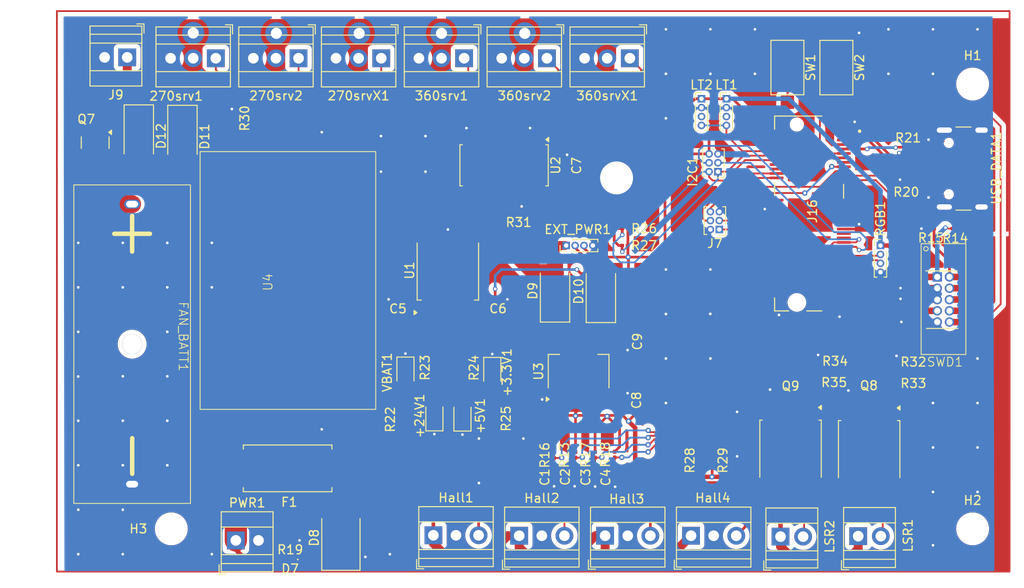
<source format=kicad_pcb>
(kicad_pcb (version 20240108) (generator "pcbnew") (generator_version "8.0")
  (layers (0 "F.Cu" signal) (31 "B.Cu" signal) (34 "B.Paste" user) (35 "F.Paste" user) (36 "B.SilkS" user "B.Silkscreen") (37 "F.SilkS" user "F.Silkscreen") (38 "B.Mask" user) (39 "F.Mask" user) (44 "Edge.Cuts" user))
  (net 0 "")
  (net 1 "GND")
  (net 2 "Net-(+3.3V1-A)")
  (net 3 "Net-(+5V1-A)")
  (net 4 "Net-(+24V1-A)")
  (net 5 "+24V")
  (net 6 "srv270")
  (net 7 "srv270_2")
  (net 8 "srv270_x")
  (net 9 "srv360")
  (net 10 "srv360_2")
  (net 11 "srv360_x")
  (net 12 "HE1DO")
  (net 13 "+5V")
  (net 14 "+3.3V")
  (net 15 "+3.3VLDO")
  (net 16 "Net-(D7-A)")
  (net 17 "Net-(D7-K)")
  (net 18 "+40V")
  (net 19 "V_FAN")
  (net 20 "Net-(D11-A)")
  (net 21 "I2C_SCL1")
  (net 22 "I2C_SCL")
  (net 23 "I2C_SDA1")
  (net 24 "I2C_SDA")
  (net 25 "TX2")
  (net 26 "RX1")
  (net 27 "TX1")
  (net 28 "RX2")
  (net 29 "EMTR5")
  (net 34 "USB_VIN")
  (net 35 "RST")
  (net 44 "USB_D-")
  (net 47 "EMTR6")
  (net 48 "EMTR4")
  (net 49 "LASR2")
  (net 55 "SWDCK")
  (net 59 "SWDIO")
  (net 61 "Boot")
  (net 62 "SDO")
  (net 63 "SCK")
  (net 67 "USB_D+")
  (net 68 "CLR_DO")
  (net 71 "LASR1")
  (net 75 "V_BAT_SW")
  (net 76 "Net-(Q8-G)")
  (net 77 "Net-(Q9-G)")
  (net 78 "CC2")
  (net 79 "Net-(VBAT1-A)")
  (net 80 "Net-(U2-~{OE})")
  (net 97 "CC1")
  (net 100 "HE2DO")
  (net 101 "HE3DO")
  (net 102 "HE4DO")
  (net 103 "Net-(LSR1-Pin_2)")
  (net 104 "Net-(LSR2-Pin_2)")
  (footprint "SJSU_common:40V-24V BUCK" (layer "F.Cu") (at 73.8015 74.42 90)
    (property "Reference" "U4")
    (property "Value" "~")
  )
  (footprint "Button_Switch_SMD:SW_SPST_CK_RS282G05A3" (layer "F.Cu") (at 137.15 50.3 -90)
    (property "Reference" "SW2")
    (property "Value" "SW_SPST")
  )
  (footprint "Capacitor_SMD:C_0201_0603Metric" (layer "F.Cu") (at 87.905 76.3625 180)
    (property "Reference" "C5")
    (property "Value" "10uF")
  )
  (footprint "SJSU_common:TO-252AD" (layer "F.Cu") (at 89.7125 73.1025 90)
    (property "Reference" "U1")
    (property "Value" "LF33CPT-TR" (hide yes))
  )
  (footprint "Resistor_SMD:R_0201_0603Metric" (layer "F.Cu") (at 113.4 70.3 180)
    (property "Reference" "R27")
    (property "Value" "5.1k")
  )
  (footprint "Diode_SMD:D_SMA" (layer "F.Cu") (at 110.7 75.45 90)
    (property "Reference" "D10")
    (property "Value" "D_Schottky")
  )
  (footprint "Resistor_SMD:R_0201_0603Metric" (layer "F.Cu") (at 101.47 66.65 180)
    (property "Reference" "R31")
    (property "Value" "10k")
  )
  (footprint "Resistor_SMD:R_0201_0603Metric" (layer "F.Cu") (at 123.2 94.455 -90)
    (property "Reference" "R29")
    (property "Value" "5.1k")
  )
  (footprint "Resistor_SMD:R_0201_0603Metric" (layer "F.Cu") (at 75.805 103.45 180)
    (property "Reference" "R19")
    (property "Value" "560")
  )
  (footprint "Capacitor_SMD:C_0201_0603Metric" (layer "F.Cu") (at 105.45 96.345 90)
    (property "Reference" "C1")
    (property "Value" "100nF")
  )
  (footprint "Resistor_SMD:R_0201_0603Metric" (layer "F.Cu") (at 143.555 85.8)
    (property "Reference" "R33")
    (property "Value" "100")
  )
  (footprint "TerminalBlock:TerminalBlock_Xinya_XY308-2.54-3P_1x03_P2.54mm_Horizontal" (layer "F.Cu") (at 101.525 102.925)
    (property "Reference" "Hall2")
    (property "Value" "Hall")
  )
  (footprint "Resistor_SMD:R_0201_0603Metric" (layer "F.Cu") (at 69.25 56 90)
    (property "Reference" "R30")
    (property "Value" "10k")
  )
  (footprint "Diode_SMD:D_SMB" (layer "F.Cu") (at 81.5 103.15 90)
    (property "Reference" "D8")
    (property "Value" "B250")
  )
  (footprint "TerminalBlock:TerminalBlock_Xinya_XY308-2.54-3P_1x03_P2.54mm_Horizontal" (layer "F.Cu") (at 113.95 49.25 180)
    (property "Reference" "360srvX1")
    (property "Value" "extr1")
  )
  (footprint "Connector_PinHeader_1.00mm:PinHeader_2x03_P1.00mm_Vertical" (layer "F.Cu") (at 123.85 62 180)
    (property "Reference" "I2C1")
    (property "Value" "Conn_02x03_Odd_Even")
  )
  (footprint "Capacitor_SMD:C_0201_0603Metric" (layer "F.Cu") (at 99.145 76.35 180)
    (property "Reference" "C6")
    (property "Value" "10uF")
  )
  (footprint "Resistor_SMD:R_0201_0603Metric" (layer "F.Cu") (at 134.755 83.3)
    (property "Reference" "R34")
    (property "Value" "6.8k")
  )
  (footprint "Capacitor_SMD:C_0201_0603Metric" (layer "F.Cu") (at 112.3 96.37 90)
    (property "Reference" "C4")
    (property "Value" "100nF")
  )
  (footprint "Connector_PinHeader_1.00mm:PinHeader_1x04_P1.00mm_Vertical" (layer "F.Cu") (at 124.8 53.8)
    (property "Reference" "LT1")
    (property "Value" "Conn_01x04")
  )
  (footprint "Resistor_SMD:R_0201_0603Metric" (layer "F.Cu") (at 113.42 68.4)
    (property "Reference" "R26")
    (property "Value" "2.2k")
  )
  (footprint "Resistor_SMD:R_0201_0603Metric" (layer "F.Cu") (at 88.75 89.8625 -90)
    (property "Reference" "R22")
    (property "Value" "39k")
  )
  (footprint "MountingHole:MountingHole_2.2mm_M2" (layer "F.Cu") (at 62.45 102.15)
    (property "Reference" "H3")
    (property "Value" "MountingHole")
  )
  (footprint "Resistor_SMD:R_0201_0603Metric" (layer "F.Cu") (at 92 84.0325 90)
    (property "Reference" "R23")
    (property "Value" "10k")
  )
  (footprint "Resistor_SMD:R_0201_0603Metric" (layer "F.Cu") (at 121.8 94.455 -90)
    (property "Reference" "R28")
    (property "Value" "5.1k")
  )
  (footprint "Capacitor_SMD:C_0201_0603Metric" (layer "F.Cu") (at 113.7 81.03 -90)
    (property "Reference" "C9")
    (property "Value" "10uF")
  )
  (footprint "Capacitor_SMD:C_0201_0603Metric" (layer "F.Cu") (at 110.05 96.345 90)
    (property "Reference" "C3")
    (property "Value" "100nF")
  )
  (footprint "TerminalBlock:TerminalBlock_Xinya_XY308-2.54-3P_1x03_P2.54mm_Horizontal" (layer "F.Cu") (at 76.745 49.25 180)
    (property "Reference" "270srv2")
    (property "Value" "270srv2")
  )
  (footprint "Diode_SMD:D_SMA" (layer "F.Cu") (at 105.55 75.4 90)
    (property "Reference" "D9")
    (property "Value" "D_Schottky")
  )
  (footprint "Package_TO_SOT_SMD:SOT-223-3_TabPin2" (layer "F.Cu") (at 108.2 84.45 90)
    (property "Reference" "U3")
    (property "Value" "AMS1117-5.0")
  )
  (footprint "Package_SO:TSSOP-28_4.4x9.7mm_P0.65mm" (layer "F.Cu") (at 99.825 61.2875 -90)
    (property "Reference" "U2")
    (property "Value" "PCA9685PW")
  )
  (footprint "Resistor_SMD:R_0201_0603Metric" (layer "F.Cu") (at 134.755 85.7)
    (property "Reference" "R35")
    (property "Value" "100")
  )
  (footprint "TerminalBlock:TerminalBlock_Xinya_XY308-2.54-3P_1x03_P2.54mm_Horizontal" (layer "F.Cu") (at 104.64 49.25 180)
    (property "Reference" "360srv2")
    (property "Value" "360srv2")
  )
  (footprint "LED_SMD:LED_0805_2012Metric" (layer "F.Cu") (at 88.75 84.525 -90)
    (property "Reference" "VBAT1")
    (property "Value" "LED_GRN")
  )
  (footprint "Connector_USB:USB_C_Receptacle_GCT_USB4105-xx-A_16P_TopMnt_Horizontal" (layer "F.Cu") (at 152.38 61.65 90)
    (property "Reference" "USB_DATA1")
    (property "Value" "USB_C_Receptacle_USB2.0_16P")
  )
  (footprint "LED_SMD:LED_0805_2012Metric" (layer "F.Cu") (at 98.5 84.5625 -90)
    (property "Reference" "+3.3V1")
    (property "Value" "LED_GRN")
  )
  (footprint "LED_SMD:LED_0805_2012Metric" (layer "F.Cu") (at 92 89.45 90)
    (property "Reference" "+24V1")
    (property "Value" "LED_GRN")
  )
  (footprint "TerminalBlock:TerminalBlock_Xinya_XY308-2.54-3P_1x03_P2.54mm_Horizontal" (layer "F.Cu") (at 86.03 49.25 180)
    (property "Reference" "270srvX1")
    (property "Value" "extr2")
  )
  (footprint "TerminalBlock:TerminalBlock_Xinya_XY308-2.54-2P_1x02_P2.54mm_Horizontal" (layer "F.Cu") (at 57.5 49.15 180)
    (property "Reference" "J9")
    (property "Value" "Screw_Terminal_01x02")
  )
  (footprint "Resistor_SMD:R_0201_0603Metric" (layer "F.Cu") (at 143.555 83.4)
    (property "Reference" "R32")
    (property "Value" "6.8k")
  )
  (footprint "Package_TO_SOT_SMD:TO-252-2" (layer "F.Cu") (at 140.83 93.29 -90)
    (property "Reference" "Q8")
    (property "Value" "Q_NMOS_GDS")
  )
  (footprint "Resistor_SMD:R_0201_0603Metric" (layer "F.Cu") (at 112.25 93.805 90)
    (property "Reference" "R18")
    (property "Value" "10k")
  )
  (footprint "Resistor_SMD:R_0201_0603Metric" (layer "F.Cu") (at 110.05 93.825 90)
    (property "Reference" "R17")
    (property "Value" "10k")
  )
  (footprint "Connector_PinHeader_1.00mm:PinHeader_1x04_P1.00mm_Vertical" (layer "F.Cu") (at 122 53.8)
    (property "Reference" "LT2")
    (property "Value" "Conn_01x04")
  )
  (footprint "Resistor_SMD:R_0201_0603Metric" (layer "F.Cu") (at 95.15 84.0175 90)
    (property "Reference" "R24")
    (property "Value" "2.2k")
  )
  (footprint "MountingHole:MountingHole_2.2mm_M2" (layer "F.Cu") (at 152.45 102.15)
    (property "Reference" "H2")
    (property "Value" "MountingHole")
  )
  (footprint "Button_Switch_SMD:SW_SPST_CK_RS282G05A3" (layer "F.Cu") (at 131.65 50.293354 -90)
    (property "Reference" "SW1")
    (property "Value" "SW_SPST")
  )
  (footprint "Connector_PinHeader_1.00mm:PinHeader_2x03_P1.00mm_Vertical" (layer "F.Cu") (at 124 68.5 180)
    (property "Reference" "J7")
    (property "Value" "Conn_02x03_Odd_Even")
  )
  (footprint "Connector_PinHeader_1.00mm:PinHeader_1x04_P1.00mm_Vertical" (layer "F.Cu") (at 142.1 70.3)
    (property "Reference" "RGB1")
    (property "Value" "Conn_01x04")
  )
  (footprint "Capacitor_SMD:C_0201_0603Metric" (layer "F.Cu") (at 113.7 87.955 90)
    (property "Reference" "C8")
    (property "Value" "10uF")
  )
  (footprint "TerminalBlock:TerminalBlock_Xinya_XY308-2.54-2P_1x02_P2.54mm_Horizontal" (layer "F.Cu") (at 130.875 103.025)
    (property "Reference" "LSR2")
    (property "Value" "Screw_Terminal_01x02")
  )
  (footprint "Resistor_SMD:R_0201_0603Metric" (layer "F.Cu") (at 98.5 89.8675 90)
    (property "Reference" "R25")
    (property "Value" "500")
  )
  (footprint "Resistor_SMD:R_0201_0603Metric" (layer "F.Cu") (at 150.495 68.39)
    (property "Reference" "R14")
    (property "Value" "100k")
  )
  (footprint "Resistor_SMD:R_0201_0603Metric" (layer "F.Cu") (at 145.32 59.9)
    (property "Reference" "R21")
    (property "Value" "5.1k")
  )
  (footprint "Capacitor_SMD:C_0201_0603Metric" (layer "F.Cu") (at 106.9185 61.325 -90)
    (property "Reference" "C7")
    (property "Value" "100nF")
  )
  (footprint "TerminalBlock:TerminalBlock_Xinya_XY308-2.54-3P_1x03_P2.54mm_Horizontal" (layer "F.Cu") (at 120.825 102.925)
    (property "Reference" "Hall4")
    (property "Value" "Hall")
  )
  (footprint "TerminalBlock:TerminalBlock_Xinya_XY308-2.54-3P_1x03_P2.54mm_Horizontal" (layer "F.Cu") (at 95.34 49.25 180)
    (property "Reference" "360srv1")
    (property "Value" "360srv1")
  )
  (footprint "Package_TO_SOT_SMD:SOT-23" (layer "F.Cu") (at 53.9 58.7375 -90)
    (property "Reference" "Q7")
    (property "Value" "Q_NMOS_GDS")
  )
  (footprint "TerminalBlock:TerminalBlock_Xinya_XY308-2.54-3P_1x03_P2.54mm_Horizontal" (layer "F.Cu") (at 91.885 102.875)
    (property "Reference" "Hall1")
    (property "Value" "Hall")
  )
  (footprint "Package_TO_SOT_SMD:TO-252-2" (layer "F.Cu") (at 132 93.24 -90)
    (property "Reference" "Q9")
    (property "Value" "Q_NMOS_GDS")
  )
  (footprint "LED_SMD:LED_0805_2012Metric" (layer "F.Cu") (at 95.15 89.475 90)
    (property "Reference" "+5V1")
    (property "Value" "LED_GRN")
  )
  (footprint "TerminalBlock:TerminalBlock_Xinya_XY308-2.54-2P_1x02_P2.54mm_Horizontal" (layer "F.Cu") (at 69.7 103.45)
    (property "Reference" "PWR1")
    (property "Value" "Screw_Terminal_01x02")
  )
  (footprint "TerminalBlock:TerminalBlock_Xinya_XY308-2.54-3P_1x03_P2.54mm_Horizontal" (layer "F.Cu") (at 67.45 49.25 180)
    (property "Reference" "270srv1")
    (property "Value" "270srv1")
  )
  (footprint "Resistor_SMD:R_0201_0603Metric" (layer "F.Cu") (at 145.3 62.9)
    (property "Reference" "R20")
    (property "Value" "5.1k")
  )
  (footprint "SJSU_common:SWD_Conn" (layer "F.Cu") (at 148.59 67.71)
    (property "Reference" "SWD1")
    (property "Value" "Conn_02x05_Odd_Even")
  )
  (footprint "SJSU_common:BAT_HOLD" (layer "F.Cu") (at 63.3 80.54 -90)
    (property "Reference" "FAN_BATT1")
    (property "Value" "~")
  )
  (footprint "LED_SMD:LED_0201_0603Metric" (layer "F.Cu") (at 75.795 105.6 180)
    (property "Reference" "D7")
    (property "Value" "LED_BLU")
  )
  (footprint "MountingHole:MountingHole_2.2mm_M2" (layer "F.Cu") (at 152.45 52.15)
    (property "Reference" "H1")
    (property "Value" "MountingHole")
  )
  (footprint "Diode_SMD:D_SMA" (layer "F.Cu") (at 58.8 58 -90)
    (property "Reference" "D12")
    (property "Value" "D_Schottky")
  )
  (footprint "Connector_PinHeader_1.00mm:PinHeader_1x04_P1.00mm_Vertical" (layer "F.Cu") (at 106.8 70.3 90)
    (property "Reference" "EXT_PWR1")
    (property "Value" "Conn_01x04")
  )
  (footprint "SJSU_common:micromod" (layer "F.Cu") (at 124.46 66.7 90)
    (property "Reference" "J16")
    (property "Value" "MicroMod" (hide yes))
  )
  (footprint "Resistor_SMD:R_0201_0603Metric" (layer "F.Cu") (at 147.795 68.39)
    (property "Reference" "R15")
    (property "Value" "100k")
  )
  (footprint "Fuse:Fuseholder_Littelfuse_Nano2_154x" (layer "F.Cu") (at 75.515 95.35 180)
    (property "Reference" "F1")
    (property "Value" "Fuse_Small")
  )
  (footprint "Diode_SMD:D_SMA" (layer "F.Cu") (at 63.7 58.05 -90)
    (property "Reference" "D11")
    (property "Value" "D_Schottky")
  )
  (footprint "TerminalBlock:TerminalBlock_Xinya_XY308-2.54-3P_1x03_P2.54mm_Horizontal" (layer "F.Cu") (at 111.175 102.925)
    (property "Reference" "Hall3")
    (property "Value" "Hall")
  )
  (footprint "Resistor_SMD:R_0201_0603Metric" (layer "F.Cu") (at 107.85 93.83 90)
    (property "Reference" "R13")
    (property "Value" "10k")
  )
  (footprint "Capacitor_SMD:C_0201_0603Metric" (layer "F.Cu") (at 107.75 96.32 90)
    (property "Reference" "C2")
    (property "Value" "100nF")
  )
  (footprint "Resistor_SMD:R_0201_0603Metric" (layer "F.Cu") (at 105.45 93.87 90)
    (property "Reference" "R16")
    (property "Value" "10k")
  )
  (footprint "TerminalBlock:TerminalBlock_Xinya_XY308-2.54-2P_1x02_P2.54mm_Horizontal" (layer "F.Cu") (at 139.6 102.975)
    (property "Reference" "LSR1")
    (property "Value" "Screw_Terminal_01x02")
  )
  (gr_rect (start 49.6 43.95) (end 156.6 106.95) (stroke (width 0.2)) (fill none) (layer "F.Cu") (net 1))
  (segment (start 79.3315 60.5) (end 79.3315 57.5835) (width 2) (layer "F.Cu") (net 1))
  (segment (start 107.75 96.64) (end 107.75 97.365) (width 0.3) (layer "F.Cu") (net 1))
  (segment (start 92 90.3875) (end 92 91.5) (width 0.2) (layer "F.Cu") (net 1))
  (segment (start 69.25 55.68) (end 69.25 54.955) (width 0.2) (layer "F.Cu") (net 1))
  (segment (start 79.3315 90.9465) (end 79.35 90.965) (width 2) (layer "F.Cu") (net 1))
  (segment (start 135.075 82.625) (end 135.1 82.6) (width 0.2) (layer "F.Cu") (net 1))
  (segment (start 105.75 87.6) (end 105.9 87.6) (width 0.3) (layer "F.Cu") (net 1))
  (segment (start 101.8 65.9) (end 101.8 66.815) (width 0.2) (layer "F.Cu") (net 1))
  (segment (start 144.47 78.91) (end 144.45 78.89) (width 0.3) (layer "F.Cu") (net 1))
  (segment (start 137.148292 57.45) (end 136.8 57.798292) (width 0.2) (layer "F.Cu") (net 1))
  (segment (start 146.6 78.91) (end 144.47 78.91) (width 0.3) (layer "F.Cu") (net 1))
  (segment (start 101.8 65.9) (end 102.1 65.6) (width 0.2) (layer "F.Cu") (net 1))
  (segment (start 139.7 68.1) (end 139.35 68.45) (width 0.3) (layer "F.Cu") (net 1))
  (segment (start 129.72 88.2) (end 129.72 86.52) (width 0.3) (layer "F.Cu") (net 1))
  (segment (start 102.1 65.6) (end 102.1 64.15) (width 0.2) (layer "F.Cu") (net 1))
  (segment (start 137.45 77.05) (end 137.45 78.25) (width 0.3) (layer "F.Cu") (net 1))
  (segment (start 138.225 76.275) (end 137.45 77.05) (width 0.3) (layer "F.Cu") (net 1))
  (segment (start 130.675 78.075) (end 130.7 78.1) (width 0.3) (layer "F.Cu") (net 1))
  (segment (start 148.7 64.85) (end 147.55 64.85) (width 0.3) (layer "F.Cu") (net 1))
  (segment (start 123.85 55.14896) (end 123.85 60) (width 0.2) (layer "F.Cu") (net 1))
  (segment (start 144.98 62.9) (end 144.3 62.9) (width 0.3) (layer "F.Cu") (net 1))
  (segment (start 81.5 105.3) (end 84.25 105.3) (width 0.3) (layer "F.Cu") (net 1))
  (segment (start 137.985 57.45) (end 137.148292 57.45) (width 0.2) (layer "F.Cu") (net 1))
  (segment (start 98.5 83.625) (end 98.5 82.5) (width 0.3) (layer "F.Cu") (net 1))
  (segment (start 137.45 78.25) (end 137.5 78.3) (width 0.3) (layer "F.Cu") (net 1))
  (segment (start 143.875 82.725) (end 143.9 82.7) (width 0.2) (layer "F.Cu") (net 1))
  (segment (start 147.475 68.39) (end 146.71 68.39) (width 0.2) (layer "F.Cu") (net 1))
  (segment (start 139.7 67.9) (end 139.7 68.1) (width 0.3) (layer "F.Cu") (net 1))
  (segment (start 136.8 66.95) (end 137.985 66.95) (width 0.2) (layer "F.Cu") (net 1))
  (segment (start 139.15 56.35) (end 139.2 56.4) (width 0.2) (layer "F.Cu") (net 1))
  (segment (start 87.585 76.3625) (end 86.8625 76.3625) (width 0.2) (layer "F.Cu") (net 1))
  (segment (start 86.8625 76.3625) (end 86.85 76.35) (width 0.2) (layer "F.Cu") (net 1))
  (segment (start 101.45 58.425) (end 104.05 58.425) (width 0.2) (layer "F.Cu") (net 1))
  (segment (start 99.465 76.35) (end 100.2 76.35) (width 0.3) (layer "F.Cu") (net 1))
  (segment (start 112.3 96.69) (end 112.3 97.415) (width 0.3) (layer "F.Cu") (net 1))
  (segment (start 129.72 86.52) (end 129.7 86.5) (width 0.3) (layer "F.Cu") (net 1))
  (segment (start 138.225 75.95) (end 138.225 76.275) (width 0.3) (layer "F.Cu") (net 1))
  (segment (start 76.7715 60.5) (end 76.885 60.5) (width 2) (layer "F.Cu") (net 1))
  (segment (start 105.9 87.6) (end 104.1 87.6) (width 0.3) (layer "F.Cu") (net 1))
  (segment (start 138.25 76.6) (end 138.25 76.925) (width 0.3) (layer "F.Cu") (net 1))
  (segment (start 136.45 66.6) (end 136.8 66.95) (width 0.2) (layer "F.Cu") (net 1))
  (segment (start 137.21 56.35) (end 139.15 56.35) (width 0.2) (layer "F.Cu") (net 1))
  (segment (start 139.7 67.9) (end 139.7 67.51758) (width 0.3) (layer "F.Cu") (net 1))
  (segment (start 76.125 103.45) (end 76.85 103.45) (width 0.3) (layer "F.Cu") (net 1))
  (segment (start 147.55 58.45) (end 147.5 58.4) (width 0.3) (layer "F.Cu") (net 1))
  (segment (start 148.7 58.45) (end 147.55 58.45) (width 0.3) (layer "F.Cu") (net 1))
  (segment (start 124.8 54.8) (end 124.19896 54.8) (width 0.2) (layer "F.Cu") (net 1))
  (segment (start 137.985 65.45) (end 136.8 65.45) (width 0.2) (layer "F.Cu") (net 1))
  (segment (start 131.65 46.393354) (end 137.143354 46.393354) (width 0.3) (layer "F.Cu") (net 1))
  (segment (start 79.3315 87.93) (end 79.3315 90.9465) (width 2) (layer "F.Cu") (net 1))
  (segment (start 102.1 64.15) (end 101.45 64.15) (width 0.2) (layer "F.Cu") (net 1))
  (segment (start 137.985 57.125) (end 137.21 56.35) (width 0.2) (layer "F.Cu") (net 1))
  (segment (start 77.215 60.5) (end 81.8915 60.5) (width 2) (layer "F.Cu") (net 1))
  (segment (start 105.45 96.665) (end 105.45 97.365) (width 0.3) (layer "F.Cu") (net 1))
  (segment (start 146.71 68.39) (end 146.7 68.4) (width 0.2) (layer "F.Cu") (net 1))
  (segment (start 147.55 64.85) (end 147.5 64.9) (width 0.3) (layer "F.Cu") (net 1))
  (segment (start 137.985 57.45) (end 137.985 57.125) (width 0.2) (layer "F.Cu") (net 1))
  (segment (start 106.9185 61.005) (end 106.9185 60.1185) (width 0.2) (layer "F.Cu") (net 1))
  (segment (start 101.45 65.55) (end 101.45 64.15) (width 0.2) (layer "F.Cu") (net 1))
  (segment (start 136.45 65.8) (end 136.45 66.6) (width 0.2) (layer "F.Cu") (net 1))
  (segment (start 144.43 76.37) (end 144.35 76.29) (width 0.3) (layer "F.Cu") (net 1))
  (segment (start 130.435 66.2) (end 129.1 66.2) (width 0.2) (layer "F.Cu") (net 1))
  (segment (start 143.875 83.4) (end 143.875 82.725) (width 0.2) (layer "F.Cu") (net 1))
  (segment (start 136.8 57.798292) (end 136.8 58.601708) (width 0.2) (layer "F.Cu") (net 1))
  (segment (start 95.15 90.4125) (end 95.15 91.55) (width 0.2) (layer "F.Cu") (net 1))
  (segment (start 76.885 60.5) (end 77.05 60.665) (width 2) (layer "F.Cu") (net 1))
  (segment (start 130.675 75.7) (end 130.675 78.075) (width 0.3) (layer "F.Cu") (net 1))
  (segment (start 106.9185 60.1185) (end 106.9 60.1) (width 0.2) (layer "F.Cu") (net 1))
  (segment (start 76.7715 87.93) (end 81.8915 87.93) (width 2) (layer "F.Cu") (net 1))
  (segment (start 136.8 65.45) (end 136.45 65.8) (width 0.2) (layer "F.Cu") (net 1))
  (segment (start 145 59.9) (end 144.2 59.9) (width 0.3) (layer "F.Cu") (net 1))
  (segment (start 137.15 46.4) (end 139.7 46.4) (width 0.3) (layer "F.Cu") (net 1))
  (segment (start 139.7 67.51758) (end 139.13242 66.95) (width 0.3) (layer "F.Cu") (net 1))
  (segment (start 101.8 65.9) (end 101.45 65.55) (width 0.2) (layer "F.Cu") (net 1))
  (segment (start 77.05 60.665) (end 77.215 60.5) (width 2) (layer "F.Cu") (net 1))
  (segment (start 102.75 58.425) (end 102.75 57.1) (width 0.2) (layer "F.Cu") (net 1))
  (segment (start 139.35 68.45) (end 138.225 68.45) (width 0.3) (layer "F.Cu") (net 1))
  (segment (start 137.148292 58.95) (end 137.985 58.95) (width 0.2) (layer "F.Cu") (net 1))
  (segment (start 113.7 87.635) (end 113.7 86.9) (width 0.3) (layer "F.Cu") (net 1))
  (segment (start 95.6 58.425) (end 95.6 57.1) (width 0.2) (layer "F.Cu") (net 1))
  (segment (start 113.7 81.35) (end 113.7 82.05) (width 0.3) (layer "F.Cu") (net 1))
  (segment (start 79.3315 57.5835) (end 79.35 57.565) (width 2) (layer "F.Cu") (net 1))
  (segment (start 146.6 76.37) (end 144.43 76.37) (width 0.3) (layer "F.Cu") (net 1))
  (segment (start 88.75 83.5875) (end 88.75 82.45) (width 0.2) (layer "F.Cu") (net 1))
  (segment (start 137.143354 46.393354) (end 137.15 46.4) (width 0.3) (layer "F.Cu") (net 1))
  (segment (start 136.8 58.601708) (end 137.148292 58.95) (width 0.2) (layer "F.Cu") (net 1))
  (segment (start 135.075 83.3) (end 135.075 82.625) (width 0.2) (layer "F.Cu") (net 1))
  (segment (start 93.5125 68.5) (end 93.5125 71.8625) (width 0.2) (layer "F.Cu") (net 1))
  (segment (start 146.6 75.1) (end 144.36 75.1) (width 0.3) (layer "F.Cu") (net 1))
  (segment (start 138.55 88.25) (end 138.55 86.65) (width 0.3) (layer "F.Cu") (net 1))
  (segment (start 138.55 86.65) (end 138.5 86.6) (width 0.3) (layer "F.Cu") (net 1))
  (segment (start 124.19896 54.8) (end 123.85 55.14896) (width 0.2) (layer "F.Cu") (net 1))
  (segment (start 144.36 75.1) (end 144.35 75.09) (width 0.3) (layer "F.Cu") (net 1))
  (segment (start 110.05 96.665) (end 110.05 97.39) (width 0.3) (layer "F.Cu") (net 1))
  (segment (start 139.13242 66.95) (end 138.225 66.95) (width 0.3) (layer "F.Cu") (net 1))
  (via (at 118 46) (size 0.5) (drill 0.3) (layers "F.Cu" "B.Cu") (net 1))
  (via (at 79.35 90.965) (size 0.6) (drill 0.3) (layers "F.Cu" "B.Cu") (net 1))
  (via (at 143.9 82.7) (size 0.5) (drill 0.3) (layers "F.Cu" "B.Cu") (net 1))
  (via (at 86 58) (size 0.5) (drill 0.3) (layers "F.Cu" "B.Cu") (net 1))
  (via (at 118 56) (size 0.5) (drill 0.3) (layers "F.Cu" "B.Cu") (net 1))
  (via (at 101.8 65.9) (size 0.5) (drill 0.3) (layers "F.Cu" "B.Cu") (net 1))
  (via (at 148 93) (size 0.5) (drill 0.3) (layers "F.Cu" "B.Cu") (net 1))
  (via (at 128 51) (size 0.5) (drill 0.3) (layers "F.Cu" "B.Cu") (net 1))
  (via (at 129.7 86.5) (size 0.5) (drill 0.3) (layers "F.Cu" "B.Cu") (net 1))
  (via (at 129.1 66.2) (size 0.5) (drill 0.3) (layers "F.Cu" "B.Cu") (net 1))
  (via (at 146.7 68.4) (size 0.5) (drill 0.3) (layers "F.Cu" "B.Cu") (net 1))
  (via (at 107.75 97.365) (size 0.5) (drill 0.3) (layers "F.Cu" "B.Cu") (net 1))
  (via (at 153 93) (size 0.5) (drill 0.3) (layers "F.Cu" "B.Cu") (net 1))
  (via (at 147.5 64.9) (size 0.5) (drill 0.3) (layers "F.Cu" "B.Cu") (net 1))
  (via (at 62 90) (size 0.5) (drill 0.3) (layers "F.Cu" "B.Cu") (net 1))
  (via (at 122.986735 77.983465) (size 0.5) (drill 0.3) (layers "F.Cu" "B.Cu") (net 1))
  (via (at 148 46) (size 0.5) (drill 0.3) (layers "F.Cu" "B.Cu") (net 1))
  (via (at 123 83) (size 0.5) (drill 0.3) (layers "F.Cu" "B.Cu") (net 1))
  (via (at 144.45 78.89) (size 0.5) (drill 0.3) (layers "F.Cu" "B.Cu") (net 1))
  (via (at 139.2 56.4) (size 0.5) (drill 0.3) (layers "F.Cu" "B.Cu") (net 1))
  (via (at 105.45 97.365) (size 0.5) (drill 0.3) (layers "F.Cu" "B.Cu") (net 1))
  (via (at 97 97) (size 0.5) (drill 0.3) (layers "F.Cu" "B.Cu") (net 1))
  (via (at 91 58) (size 0.5) (drill 0.3) (layers "F.Cu" "B.Cu") (net 1))
  (via (at 128 46) (size 0.5) (drill 0.3) (layers "F.Cu" "B.Cu") (net 1))
  (via (at 95.15 91.55) (size 0.5) (drill 0.3) (layers "F.Cu" "B.Cu") (net 1))
  (via (at 153 83) (size 0.5) (drill 0.3) (layers "F.Cu" "B.Cu") (net 1))
  (via (at 104.1 87.6) (size 0.5) (drill 0.3) (layers "F.Cu" "B.Cu") (net 1))
  (via (at 91 62) (size 0.5) (drill 0.3) (layers "F.Cu" "B.Cu") (net 1))
  (via (at 76.85 103.45) (size 0.5) (drill 0.3) (layers "F.Cu" "B.Cu") (net 1))
  (via (at 57 70) (size 0.5) (drill 0.3) (layers "F.Cu" "B.Cu") (net 1))
  (via (at 100.2 76.35) (size 0.5) (drill 0.3) (layers "F.Cu" "B.Cu") (net 1))
  (via (at 153 98) (size 0.5) (drill 0.3) (layers "F.Cu" "B.Cu") (net 1))
  (via (at 148 98) (size 0.5) (drill 0.3) (layers "F.Cu" "B.Cu") (net 1))
  (via (at 118 88) (size 0.5) (drill 0.3) (layers "F.Cu" "B.Cu") (net 1))
  (via (at 98.5 82.5) (size 0.5) (drill 0.3) (layers "F.Cu" "B.Cu") (net 1))
  (via (at 137.5 78.3) (size 0.5) (drill 0.3) (layers "F.Cu" "B.Cu") (net 1))
  (via (at 123 73) (size 0.5) (drill 0.3) (layers "F.Cu" "B.Cu") (net 1))
  (via (at 102 92) (size 0.5) (drill 0.3) (layers "F.Cu" "B.Cu") (net 1))
  (via (at 148 51) (size 0.5) (drill 0.3) (layers "F.Cu" "B.Cu") (net 1))
  (via (at 62 80) (size 0.5) (drill 0.3) (layers "F.Cu" "B.Cu") (net 1))
  (via (at 51.991549 85.030348) (size 0.5) (drill 0.3) (layers "F.Cu" "B.Cu") (net 1))
  (via (at 118 51) (size 0.5) (drill 0.3) (layers "F.Cu" "B.Cu") (net 1))
  (via (at 126 89) (size 0.5) (drill 0.3) (layers "F.Cu" "B.Cu") (net 1))
  (via (at 86.85 76.35) (size 0.5) (drill 0.3) (layers "F.Cu" "B.Cu") (net 1))
  (via (at 144.35 75.09) (size 0.5) (drill 0.3) (layers "F.Cu" "B.Cu") (net 1))
  (via (at 153 88) (size 0.5) (drill 0.3) (layers "F.Cu" "B.Cu") (net 1))
  (via (at 126 94) (size 0.5) (drill 0.3) (layers "F.Cu" "B.Cu") (net 1))
  (via (at 113.7 82.05) (size 0.5) (drill 0.3) (layers "F.Cu" "B.Cu") (net 1))
  (via (at 57 90) (size 0.5) (drill 0.3) (layers "F.Cu" "B.Cu") (net 1))
  (via (at 106.9 60.1) (size 0.5) (drill 0.3) (layers "F.Cu" "B.Cu") (net 1))
  (via (at 52 100) (size 0.5) (drill 0.3) (layers "F.Cu" "B.Cu") (net 1))
  (via (at 62 70) (size 0.5) (drill 0.3) (layers "F.Cu" "B.Cu") (net 1))
  (via (at 102.75 57.1) (size 0.5) (drill 0.3) (layers "F.Cu" "B.Cu") (net 1))
  (via (at 118 83) (size 0.5) (drill 0.3) (layers "F.Cu" "B.Cu") (net 1))
  (via (at 86 62) (size 0.5) (drill 0.3) (layers "F.Cu" "B.Cu") (net 1))
  (via (at 69.25 54.955) (size 0.5) (drill 0.3) (layers "F.Cu" "B.Cu") (net 1))
  (via (at 112.3 97.415) (size 0.5) (drill 0.3) (layers "F.Cu" "B.Cu") (net 1))
  (via (at 62 85) (size 0.5) (drill 0.3) (layers "F.Cu" "B.Cu") (net 1))
  (via (at 143 51) (size 0.5) (drill 0.3) (layers "F.Cu" "B.Cu") (net 1))
  (via (at 84.25 105.3) (size 0.5) (drill 0.3) (layers "F.Cu" "B.Cu") (net 1))
  (via (at 138.5 86.6) (size 0.5) (drill 0.3) (layers "F.Cu" "B.Cu") (net 1))
  (via (at 87 105) (size 0.5) (drill 0.3) (layers "F.Cu" "B.Cu") (net 1))
  (via (at 67 70) (size 0.5) (drill 0.3) (layers "F.Cu" "B.Cu") (net 1))
  (via (at 144.3 62.9) (size 0.5) (drill 0.3) (layers "F.Cu" "B.Cu") (net 1))
  (via (at 130.7 78.1) (size 0.5) (drill 0.3) (layers "F.Cu" "B.Cu") (net 1))
  (via (at 57 85) (size 0.5) (drill 0.3) (layers "F.Cu" "B.Cu") (net 1))
  (via (at 52 80) (size 0.5) (drill 0.3) (layers "F.Cu" "B.Cu") (net 1))
  (via (at 88.75 82.45) (size 0.5) (drill 0.3) (layers "F.Cu" "B.Cu") (net 1))
  (via (at 52 95) (size 0.5) (drill 0.3) (layers "F.Cu" "B.Cu") (net 1))
  (via (at 118 78) (size 0.5) (drill 0.3) (layers "F.Cu" "B.Cu") (net 1))
  (via (at 79.35 57.565) (size 0.6) (drill 0.3) (layers "F.Cu" "B.Cu") (net 1))
  (via (at 135.1 82.6) (size 0.5) (drill 0.3) (layers "F.Cu" "B.Cu") (net 1))
  (via (at 93.5125 68.5) (size 0.5) (drill 0.3) (layers "F.Cu" "B.Cu") (net 1))
  (via (at 62 75) (size 0.5) (drill 0.3) (layers "F.Cu" "B.Cu") (net 1))
  (via (at 144.35 76.29) (size 0.5) (drill 0.3) (layers "F.Cu" "B.Cu") (net 1))
  (via (at 113.7 86.9) (size 0.5) (drill 0.3) (layers "F.Cu" "B.Cu") (net 1))
  (via (at 148 104) (size 0.5) (drill 0.3) (layers "F.Cu" "B.Cu") (net 1))
  (via (at 62 95) (size 0.5) (drill 0.3) (layers "F.Cu" "B.Cu") (net 1))
  (via (at 143 46) (size 0.5) (drill 0.3) (layers "F.Cu" "B.Cu") (net 1))
  (via (at 148 88) (size 0.5) (drill 0.3) (layers "F.Cu" "B.Cu") (net 1))
  (via (at 147.5 58.4) (size 0.5) (drill 0.3) (layers "F.Cu" "B.Cu") (net 1))
  (via (at 123 46) (size 0.5) (drill 0.3) (layers "F.Cu" "B.Cu") (net 1))
  (via (at 52 70) (size 0.5) (drill 0.3) (layers "F.Cu" "B.Cu") (net 1))
  (via (at 153 46) (size 0.5) (drill 0.3) (layers "F.Cu" "B.Cu") (net 1))
  (via (at 52 75) (size 0.5) (drill 0.3) (layers "F.Cu" "B.Cu") (net 1))
  (via (at 139.7 46.4) (size 0.5) (drill 0.3) (layers "F.Cu" "B.Cu") (net 1))
  (via (at 92 91.5) (size 0.5) (drill 0.3) (layers "F.Cu" "B.Cu") (net 1))
  (via (at 97 92) (size 0.5) (drill 0.3) (layers "F.Cu" "B.Cu") (net 1))
  (via (at 67 75) (size 0.5) (drill 0.3) (layers "F.Cu" "B.Cu") (net 1))
  (via (at 57 95) (size 0.5) (drill 0.3) (layers "F.Cu" "B.Cu") (net 1))
  (via (at 57 100) (size 0.5) (drill 0.3) (layers "F.Cu" "B.Cu") (net 1))
  (via (at 57 105) (size 0.5) (drill 0.3) (layers "F.Cu" "B.Cu") (net 1))
  (via (at 118 73) (size 0.5) (drill 0.3) (layers "F.Cu" "B.Cu") (net 1))
  (via (at 123 51) (size 0.5) (drill 0.3) (layers "F.Cu" "B.Cu") (net 1))
  (via (at 144.2 59.9) (size 0.5) (drill 0.3) (layers "F.Cu" "B.Cu") (net 1))
  (via (at 52 90) (size 0.5) (drill 0.3) (layers "F.Cu" "B.Cu") (net 1))
  (via (at 67 105) (size 0.5) (drill 0.3) (layers "F.Cu" "B.Cu") (net 1))
  (via (at 95.6 57.1) (size 0.5) (drill 0.3) (layers "F.Cu" "B.Cu") (net 1))
  (via (at 110.05 97.39) (size 0.5) (drill 0.3) (layers "F.Cu" "B.Cu") (net 1))
  (via (at 139.7 67.9) (size 0.5) (drill 0.3) (layers "F.Cu" "B.Cu") (net 1))
  (via (at 57 75) (size 0.5) (drill 0.3) (layers "F.Cu" "B.Cu") (net 1))
  (via (at 52 105) (size 0.5) (drill 0.3) (layers "F.Cu" "B.Cu") (net 1))
  (segment (start 98.05 85.5) (end 97.15 86.4) (width 0.2) (layer "F.Cu") (net 2))
  (segment (start 98.5 85.5) (end 98.05 85.5) (width 0.2) (layer "F.Cu") (net 2))
  (segment (start 97.15 86.4) (end 97.15 89.25) (width 0.2) (layer "F.Cu") (net 2))
  (segment (start 97.15 89.25) (end 98.0875 90.1875) (width 0.2) (layer "F.Cu") (net 2))
  (segment (start 98.0875 90.1875) (end 98.5 90.1875) (width 0.2) (layer "F.Cu") (net 2))
  (segment (start 95.15 84.3375) (end 95.15 88.5375) (width 0.2) (layer "F.Cu") (net 3))
  (segment (start 92 84.3525) (end 92 88.5125) (width 0.2) (layer "F.Cu") (net 4))
  (segment (start 74.25 46.35) (end 74.2 46.3) (width 0.2) (layer "F.Cu") (net 5))
  (segment (start 64.91 46.41) (end 64.91 49.25) (width 2) (layer "F.Cu") (net 5))
  (segment (start 92.75 46.3) (end 92.8 46.35) (width 2) (layer "F.Cu") (net 5))
  (segment (start 92.8 46.45) (end 83.55 46.45) (width 2) (layer "F.Cu") (net 5))
  (segment (start 51.8 48.55) (end 54.05 46.3) (width 2) (layer "F.Cu") (net 5))
  (segment (start 83.5 46.3) (end 83.49 46.31) (width 2) (layer "F.Cu") (net 5))
  (segment (start 105.55 73.4) (end 103.4 73.4) (width 2) (layer "F.Cu") (net 5))
  (segment (start 54.05 46.3) (end 64.8 46.3) (width 2) (layer "F.Cu") (net 5))
  (segment (start 64.8 46.3) (end 64.91 46.41) (width 2) (layer "F.Cu") (net 5))
  (segment (start 69.25 60.3415) (end 69.0915 60.5) (width 0.2) (layer "F.Cu") (net 5))
  (segment (start 90.9725 81.0225) (end 92 82.05) (width 0.2) (layer "F.Cu") (net 5))
  (segment (start 67 52.75) (end 67 59) (width 2) (layer "F.Cu") (net 5))
  (segment (start 89.1725 76.3625) (end 90.9725 78.1625) (width 0.3) (layer "F.Cu") (net 5))
  (segment (start 58.8 60) (end 57.5 60) (width 2) (layer "F.Cu") (net 5))
  (segment (start 64.91 50.66) (end 67 52.75) (width 2) (layer "F.Cu") (net 5))
  (segment (start 83.49 46.31) (end 83.49 49.25) (width 2) (layer "F.Cu") (net 5))
  (segment (start 105.5 70.9) (end 106.1 70.3) (width 1) (layer "F.Cu") (net 5))
  (segment (start 92.85 46.4) (end 102.1 46.4) (width 2) (layer "F.Cu") (net 5))
  (segment (start 72.7 68.5) (end 83.4 68.5) (width 0.3) (layer "F.Cu") (net 5))
  (segment (start 105.5 73.35) (end 105.5 70.9) (width 1) (layer "F.Cu") (net 5))
  (segment (start 92.8 46.35) (end 92.8 49.25) (width 2) (layer "F.Cu") (net 5))
  (segment (start 74.09 46.41) (end 74.2 46.3) (width 2) (layer "F.Cu") (net 5))
  (segment (start 102.15 46.45) (end 109.9 46.45) (width 2) (layer "F.Cu") (net 5))
  (segment (start 55.275 57.775) (end 55.275 55.175) (width 2) (layer "F.Cu") (net 5))
  (segment (start 51.8 51.7) (end 51.8 48.55) (width 2) (layer "F.Cu") (net 5))
  (segment (start 64.91 49.25) (end 64.91 50.66) (width 2) (layer "F.Cu") (net 5))
  (segment (start 105.5 73.35) (end 105.55 73.4) (width 0.3) (layer "F.Cu") (net 5))
  (segment (start 83.4 68.5) (end 88.225 73.325) (width 0.3) (layer "F.Cu") (net 5))
  (segment (start 67 59) (end 68.5 60.5) (width 2) (layer "F.Cu") (net 5))
  (segment (start 106.1 70.3) (end 106.675 70.3) (width 1) (layer "F.Cu") (net 5))
  (segment (start 96.5 66.5) (end 73.5 66.5) (width 2) (layer "F.Cu") (net 5))
  (segment (start 90.9725 78.1625) (end 90.9725 81.0225) (width 0.2) (layer "F.Cu") (net 5))
  (segment (start 73.5 66.5) (end 71.6515 64.6515) (width 2) (layer "F.Cu") (net 5))
  (segment (start 69.0915 60.5) (end 69.0915 64.8915) (width 0.3) (layer "F.Cu") (net 5))
  (segment (start 74.205 46.305) (end 74.205 49.25) (width 2) (layer "F.Cu") (net 5))
  (segment (start 74.2115 60.5) (end 69.0915 60.5) (width 2) (layer "F.Cu") (net 5))
  (segment (start 109.9 46.45) (end 111.41 47.96) (width 2) (layer "F.Cu") (net 5))
  (segment (start 102.1 46.3) (end 102.1 49.25) (width 2) (layer "F.Cu") (net 5))
  (segment (start 111.41 47.96) (end 111.41 49.25) (width 2) (layer "F.Cu") (net 5))
  (segment (start 103.4 73.4) (end 96.5 66.5) (width 2) (layer "F.Cu") (net 5))
  (segment (start 68.5 60.5) (end 69.0915 60.5) (width 1) (layer "F.Cu") (net 5))
  (segment (start 83.4 46.3) (end 83.55 46.45) (width 2) (layer "F.Cu") (net 5))
  (segment (start 57.5 60) (end 55.275 57.775) (width 2) (layer "F.Cu") (net 5))
  (segment (start 74.2 46.3) (end 83.4 46.3) (width 2) (layer "F.Cu") (net 5))
  (segment (start 88.225 73.325) (end 88.225 76.3625) (width 0.3) (layer "F.Cu") (net 5))
  (segment (start 71.6515 64.6515) (end 71.6515 60.5) (width 2) (layer "F.Cu") (net 5))
  (segment (start 64.91 46.41) (end 74.09 46.41) (width 2) (layer "F.Cu") (net 5))
  (segment (start 74.25 46.45) (end 74.25 46.35) (width 0.2) (layer "F.Cu") (net 5))
  (segment (start 69.0915 64.8915) (end 72.7 68.5) (width 0.3) (layer "F.Cu") (net 5))
  (segment (start 102.1 46.4) (end 102.15 46.45) (width 2) (layer "F.Cu") (net 5))
  (segment (start 69.25 56.32) (end 69.25 60.3415) (width 0.25) (layer "F.Cu") (net 5))
  (segment (start 92 82.05) (end 92 83.7125) (width 0.2) (layer "F.Cu") (net 5))
  (segment (start 88.225 76.3625) (end 89.1725 76.3625) (width 0.3) (layer "F.Cu") (net 5))
  (segment (start 55.275 55.175) (end 51.8 51.7) (width 2) (layer "F.Cu") (net 5))
  (segment (start 74.2 46.3) (end 74.205 46.305) (width 2) (layer "F.Cu") (net 5))
  (via (at 74.25 46.45) (size 2.5) (drill 1.25) (layers "F.Cu" "B.Cu") (net 5))
  (via (at 83.55 46.45) (size 2.5) (drill 1.25) (layers "F.Cu" "B.Cu") (net 5))
  (via (at 92.8 46.45) (size 2.5) (drill 1.25) (layers "F.Cu" "B.Cu") (net 5))
  (via (at 64.91 46.41) (size 2.5) (drill 1.25) (layers "F.Cu" "B.Cu") (net 5))
  (via (at 102.15 46.45) (size 2.5) (drill 1.25) (layers "F.Cu" "B.Cu") (net 5))
  (segment (start 72 55.1) (end 67.45 50.55) (width 0.2) (layer "F.Cu") (net 6))
  (segment (start 97.55 57.687501) (end 94.962499 55.1) (width 0.2) (layer "F.Cu") (net 6))
  (segment (start 97.55 58.425) (end 97.55 57.687501) (width 0.2) (layer "F.Cu") (net 6))
  (segment (start 67.45 50.55) (end 67.45 49.25) (width 0.2) (layer "F.Cu") (net 6))
  (segment (start 94.962499 55.1) (end 72 55.1) (width 0.2) (layer "F.Cu") (net 6))
  (segment (start 98.2 57.687501) (end 95.212499 54.7) (width 0.2) (layer "F.Cu") (net 7))
  (segment (start 98.2 58.425) (end 98.2 57.687501) (width 0.2) (layer "F.Cu") (net 7))
  (segment (start 95.212499 54.7) (end 80.4 54.7) (width 0.2) (layer "F.Cu") (net 7))
  (segment (start 80.4 54.7) (end 76.745 51.045) (width 0.2) (layer "F.Cu") (net 7))
  (segment (start 76.745 51.045) (end 76.745 49.25) (width 0.2) (layer "F.Cu") (net 7))
  (segment (start 98.85 57.687501) (end 95.462499 54.3) (width 0.2) (layer "F.Cu") (net 8))
  (segment (start 89.5 54.3) (end 86.03 50.83) (width 0.2) (layer "F.Cu") (net 8))
  (segment (start 95.462499 54.3) (end 89.5 54.3) (width 0.2) (layer "F.Cu") (net 8))
  (segment (start 98.85 58.425) (end 98.85 57.687501) (width 0.2) (layer "F.Cu") (net 8))
  (segment (start 86.03 50.83) (end 86.03 49.25) (width 0.2) (layer "F.Cu") (net 8))
  (segment (start 99.5 58.425) (end 99.5 57.769044) (width 0.2) (layer "F.Cu") (net 9))
  (segment (start 95.8 54.071815) (end 95.8 49.71) (width 0.2) (layer "F.Cu") (net 9))
  (segment (start 99.118456 57.3875) (end 99.115685 57.3875) (width 0.2) (layer "F.Cu") (net 9))
  (segment (start 95.8 49.71) (end 95.34 49.25) (width 0.2) (layer "F.Cu") (net 9))
  (segment (start 99.115685 57.3875) (end 95.8 54.071815) (width 0.2) (layer "F.Cu") (net 9))
  (segment (start 99.5 57.769044) (end 99.118456 57.3875) (width 0.2) (layer "F.Cu") (net 9))
  (segment (start 105.9 50.51) (end 104.64 49.25) (width 0.2) (layer "F.Cu") (net 10))
  (segment (start 100.15 58.425) (end 100.15 57.75) (width 0.2) (layer "F.Cu") (net 10))
  (segment (start 105.9 53.4) (end 105.9 50.51) (width 0.2) (layer "F.Cu") (net 10))
  (segment (start 100.15 57.75) (end 103.7 54.2) (width 0.2) (layer "F.Cu") (net 10))
  (segment (start 103.7 54.2) (end 105.1 54.2) (width 0.2) (layer "F.Cu") (net 10))
  (segment (start 105.1 54.2) (end 105.9 53.4) (width 0.2) (layer "F.Cu") (net 10))
  (segment (start 115.2 50.5) (end 113.95 49.25) (width 0.2) (layer "F.Cu") (net 11))
  (segment (start 103.969044 54.6) (end 114.3 54.6) (width 0.2) (layer "F.Cu") (net 11))
  (segment (start 100.8 58.425) (end 100.8 57.769044) (width 0.2) (layer "F.Cu") (net 11))
  (segment (start 115.2 53.7) (end 115.2 50.5) (width 0.2) (layer "F.Cu") (net 11))
  (segment (start 100.8 57.769044) (end 103.969044 54.6) (width 0.2) (layer "F.Cu") (net 11))
  (segment (start 114.3 54.6) (end 115.2 53.7) (width 0.2) (layer "F.Cu") (net 11))
  (segment (start 105.45 94.19) (end 105.45 96.025) (width 0.2) (layer "F.Cu") (net 12))
  (segment (start 106.28 94.19) (end 106.3 94.17) (width 0.2) (layer "F.Cu") (net 12))
  (segment (start 105.45 94.19) (end 106.28 94.19) (width 0.2) (layer "F.Cu") (net 12))
  (segment (start 129.2 67.2) (end 130.675 67.2) (width 0.2) (layer "F.Cu") (net 12))
  (segment (start 101.625 96.025) (end 96.965 100.685) (width 0.3) (layer "F.Cu") (net 12))
  (segment (start 118.21458 91.28542) (end 127.25 82.25) (width 0.2) (layer "F.Cu") (net 12))
  (segment (start 116.013081 91.08542) (end 116.213081 91.28542) (width 0.2) (layer "F.Cu") (net 12))
  (segment (start 127.25 69.15) (end 129.2 67.2) (width 0.2) (layer "F.Cu") (net 12))
  (segment (start 116.213081 91.28542) (end 118.21458 91.28542) (width 0.2) (layer "F.Cu") (net 12))
  (segment (start 105.45 96.025) (end 101.625 96.025) (width 0.3) (layer "F.Cu") (net 12))
  (segment (start 96.965 100.685) (end 96.965 102.875) (width 0.3) (layer "F.Cu") (net 12))
  (segment (start 127.25 82.25) (end 127.25 69.15) (width 0.2) (layer "F.Cu") (net 12))
  (via (at 106.3 94.17) (size 0.6) (drill 0.3) (layers "F.Cu" "B.Cu") (net 12))
  (via (at 116.013081 91.08542) (size 0.6) (drill 0.3) (layers "F.Cu" "B.Cu") (net 12))
  (segment (start 113.51458 91.08542) (end 112.6 92) (width 0.2) (layer "B.Cu") (net 12))
  (segment (start 106.3 92.85) (end 106.3 94.17) (width 0.2) (layer "B.Cu") (net 12))
  (segment (start 116.013081 91.08542) (end 113.51458 91.08542) (width 0.2) (layer "B.Cu") (net 12))
  (segment (start 112.6 92) (end 107.15 92) (width 0.2) (layer "B.Cu") (net 12))
  (segment (start 107.15 92) (end 106.3 92.85) (width 0.2) (layer "B.Cu") (net 12))
  (segment (start 107.25 105.75) (end 110.075 102.925) (width 1) (layer "F.Cu") (net 13))
  (segment (start 100.225 102.925) (end 101.525 102.925) (width 1) (layer "F.Cu") (net 13))
  (segment (start 108.45 73.45) (end 108 73) (width 0.3) (layer "F.Cu") (net 13))
  (segment (start 103.05 105.75) (end 107.25 105.75) (width 1) (layer "F.Cu") (net 13))
  (segment (start 97.4 105.75) (end 100.225 102.925) (width 1) (layer "F.Cu") (net 13))
  (segment (start 94.99 76) (end 96.0525 77.0625) (width 0.5) (layer "F.Cu") (net 13))
  (segment (start 107.8 70.55) (end 110.7 73.45) (width 0.3) (layer "F.Cu") (net 13))
  (segment (start 91.885 102.875) (end 91.885 103.785) (width 1) (layer "F.Cu") (net 13))
  (segment (start 93.85 105.75) (end 97.4 105.75) (width 1) (layer "F.Cu") (net 13))
  (segment (start 111.175 104.925) (end 111.95 105.7) (width 1) (layer "F.Cu") (net 13))
  (segment (start 93.55 96.45) (end 91.885 98.115) (width 0.4) (layer "F.Cu") (net 13))
  (segment (start 93.55 84.997622) (end 93.55 96.45) (width 0.4) (layer "F.Cu") (net 13))
  (segment (start 110.075 102.925) (end 111.175 102.925) (width 1) (layer "F.Cu") (net 13))
  (segment (start 110.7 73.45) (end 108.45 73.45) (width 0.3) (layer "F.Cu") (net 13))
  (segment (start 107.8 70.3) (end 107.8 70.55) (width 0.3) (layer "F.Cu") (net 13))
  (segment (start 98.825 76.35) (end 98.5 76.35) (width 0.3) (layer "F.Cu") (net 13))
  (segment (start 96.0525 82.795) (end 95.15 83.6975) (width 0.4) (layer "F.Cu") (net 13))
  (segment (start 101.525 102.925) (end 101.525 104.225) (width 1) (layer "F.Cu") (net 13))
  (segment (start 92.2425 78.1625) (end 92.2425 77.0575) (width 0.5) (layer "F.Cu") (net 13))
  (segment (start 93.3 76) (end 94.99 76) (width 0.5) (layer "F.Cu") (net 13))
  (segment (start 96.0525 77.0625) (end 96.0525 78.1625) (width 0.5) (layer "F.Cu") (net 13))
  (segment (start 91.885 103.785) (end 93.85 105.75) (width 1) (layer "F.Cu") (net 13))
  (segment (start 96.0525 78.1625) (end 96.0525 82.795) (width 0.4) (layer "F.Cu") (net 13))
  (segment (start 101.525 104.225) (end 103.05 105.75) (width 1) (layer "F.Cu") (net 13))
  (segment (start 92.2425 77.0575) (end 93.3 76) (width 0.5) (layer "F.Cu") (net 13))
  (segment (start 111.95 105.7) (end 118.05 105.7) (width 1) (layer "F.Cu") (net 13))
  (segment (start 96.6875 78.1625) (end 96.0525 78.1625) (width 0.3) (layer "F.Cu") (net 13))
  (segment (start 95.15 83.6975) (end 94.850122 83.6975) (width 0.4) (layer "F.Cu") (net 13))
  (segment (start 91.885 98.115) (end 91.885 102.875) (width 0.4) (layer "F.Cu") (net 13))
  (segment (start 118.05 105.7) (end 120.825 102.925) (width 1) (layer "F.Cu") (net 13))
  (segment (start 98.825 75.175) (end 98.825 76.35) (width 0.3) (layer "F.Cu") (net 13))
  (segment (start 94.850122 83.6975) (end 93.55 84.997622) (width 0.4) (layer "F.Cu") (net 13))
  (segment (start 111.175 102.925) (end 111.175 104.925) (width 1) (layer "F.Cu") (net 13))
  (segment (start 98.5 76.35) (end 96.6875 78.1625) (width 0.3) (layer "F.Cu") (net 13))
  (via (at 108 73) (size 0.5) (drill 0.3) (layers "F.Cu" "B.Cu") (net 13))
  (via (at 98.825 75.175) (size 0.5) (drill 0.3) (layers "F.Cu" "B.Cu") (net 13))
  (segment (start 98.825 73.675) (end 99.5 73) (width 0.3) (layer "B.Cu") (net 13))
  (segment (start 98.825 75.175) (end 98.825 73.675) (width 0.3) (layer "B.Cu") (net 13))
  (segment (start 99.5 73) (end 108 73) (width 0.3) (layer "B.Cu") (net 13))
  (segment (start 144.83 73.83) (end 146.6 73.83) (width 0.5) (layer "F.Cu") (net 14))
  (segment (start 107.8 89.4) (end 106.45 89.4) (width 0.3) (layer "F.Cu") (net 14))
  (segment (start 108.79 80.71) (end 108.2 81.3) (width 0.3) (layer "F.Cu") (net 14))
  (segment (start 101.1975 89.5475) (end 105.2 93.55) (width 0.3) (layer "F.Cu") (net 14))
  (segment (start 116.2 96.3) (end 114.55 94.65) (width 0.5) (layer "F.Cu") (net 14))
  (segment (start 113.41 67.75) (end 113.74 68.08) (width 0.3) (layer "F.Cu") (net 14))
  (segment (start 112.8 92.935) (end 112.8 90.9) (width 0.3) (layer "F.Cu") (net 14))
  (segment (start 122.4 57.9) (end 122.85 58.35) (width 0.3) (layer "F.Cu") (net 14))
  (segment (start 108.2 88.75) (end 108.2 87.6) (width 0.3) (layer "F.Cu") (net 14))
  (segment (start 132.775 106.025) (end 137.975 106.025) (width 1) (layer "F.Cu") (net 14))
  (segment (start 120.8 54.275) (end 120.8 57.2) (width 0.3) (layer "F.Cu") (net 14))
  (segment (start 107.9 89.4) (end 107.85 89.45) (width 0.3) (layer "F.Cu") (net 14))
  (segment (start 105 64.15) (end 104.05 64.15) (width 0.3) (layer "F.Cu") (net 14))
  (segment (start 104.05 64.15) (end 104.05 65.35) (width 0.3) (layer "F.Cu") (net 14))
  (segment (start 121.5 57.9) (end 122.4 57.9) (width 0.3) (layer "F.Cu") (net 14))
  (segment (start 113.8 90.0125) (end 115.5 88.3125) (width 0.3) (layer "F.Cu") (net 14))
  (segment (start 113.72 70.3) (end 113.725 70.295) (width 0.3) (layer "F.Cu") (net 14))
  (segment (start 121.275 53.8) (end 120.8 54.275) (width 0.3) (layer "F.Cu") (net 14))
  (segment (start 113.74 68.4) (end 113.74 68.200001) (width 0.2) (layer "F.Cu") (net 14))
  (segment (start 113.74 68.08) (end 113.74 68.200001) (width 0.3) (layer "F.Cu") (net 14))
  (segment (start 113.8 90.05) (end 113.8 90.0125) (width 0.3) (layer "F.Cu") (net 14))
  (segment (start 117.9 70.4) (end 117.9 61.5) (width 0.3) (layer "F.Cu") (net 14))
  (segment (start 142.1 70.3) (end 143.025 70.3) (width 0.5) (layer "F.Cu") (net 14))
  (segment (start 109.975 93.505) (end 109.95 93.505) (width 0.2) (layer "F.Cu") (net 14))
  (segment (start 121.8 94.775) (end 123.2 94.775) (width 0.3) (layer "F.Cu") (net 14))
  (segment (start 112.61 67.75) (end 113.41 67.75) (width 0.3) (layer "F.Cu") (net 14))
  (segment (start 113.15 89.4) (end 113.8 90.05) (width 0.3) (layer "F.Cu") (net 14))
  (segment (start 113.735 68.405) (end 113.735 71.575) (width 0.3) (layer "F.Cu") (net 14))
  (segment (start 107.85 89.45) (end 107.85 93.51) (width 0.3) (layer "F.Cu") (net 14))
  (segment (start 119.4 60) (end 122.85 60) (width 0.3) (layer "F.Cu") (net 14))
  (segment (start 113.75 68.41) (end 113.74 68.4) (width 0.3) (layer "F.Cu") (net 14))
  (segment (start 130.875 104.125) (end 132.775 106.025) (width 1) (layer "F.Cu") (net 14))
  (segment (start 115.5 88.3125) (end 115.5 86.7) (width 0.3) (layer "F.Cu") (net 14))
  (segment (start 123.18 96.3) (end 116.2 96.3) (width 0.5) (layer "F.Cu") (net 14))
  (segment (start 117.9 61.5) (end 119.4 60) (width 0.3) (layer "F.Cu") (net 14))
  (segment (start 105.2 93.55) (end 105.45 93.55) (width 0.3) (layer "F.Cu") (net 14))
  (segment (start 115.5 86.7) (end 113.35 84.55) (width 0.3) (layer "F.Cu") (net 14))
  (segment (start 104.5 65.8) (end 110.66 65.8) (width 0.3) (layer "F.Cu") (net 14))
  (segment (start 104.05 65.35) (end 104.5 65.8) (width 0.3) (layer "F.Cu") (net 14))
  (segment (start 143.9 72.9) (end 144.83 73.83) (width 0.5) (layer "F.Cu") (net 14))
  (segment (start 111.4 89.5) (end 111.3 89.4) (width 0.3) (layer "F.Cu") (net 14))
  (segment (start 125.5 53.8) (end 129.4 57.7) (width 0.3) (layer "F.Cu") (net 14))
  (segment (start 123.2 96.28) (end 123.18 96.3) (width 0.3) (layer "F.Cu") (net 14))
  (segment (start 107.85 89.1) (end 108.2 88.75) (width 0.3) (layer "F.Cu") (net 14))
  (segment (start 110.05 90.85) (end 110.05 93.505) (width 0.3) (layer "F.Cu") (net 14))
  (segment (start 111.45 84.55) (end 108.2 81.3) (width 0.3) (layer "F.Cu") (net 14))
  (segment (start 111.4 89.5) (end 111.5 89.4) (width 0.3) (layer "F.Cu") (net 14))
  (segment (start 107.85 89.45) (end 107.8 89.4) (width 0.3) (layer "F.Cu") (net 14))
  (segment (start 122 53.8) (end 121.275 53.8) (width 0.3) (layer "F.Cu") (net 14))
  (segment (start 111.3 89.4) (end 107.9 89.4) (width 0.3) (layer "F.Cu") (net 14))
  (segment (start 113.745 70.325) (end 113.72 70.3) (width 0.3) (layer "F.Cu") (net 14))
  (segment (start 113.7 80.71) (end 108.79 80.71) (width 0.3) (layer "F.Cu") (net 14))
  (segment (start 143.025 70.3) (end 143.9 71.175) (width 0.5) (layer "F.Cu") (net 14))
  (segment (start 111.4 89.5) (end 110.05 90.85) (width 0.3) (layer "F.Cu") (net 14))
  (segment (start 114.55 94.65) (end 114.55 90.8) (width 0.5) (layer "F.Cu") (net 14))
  (segment (start 98.5 89.5475) (end 101.1975 89.5475) (width 0.3) (layer "F.Cu") (net 14))
  (segment (start 113.35 84.55) (end 111.45 84.55) (width 0.3) (layer "F.Cu") (net 14))
  (segment (start 113.8 80.61) (end 113.7 80.71) (width 0.3) (layer "F.Cu") (net 14))
  (segment (start 112.8 90.9) (end 111.4 89.5) (width 0.3) (layer "F.Cu") (net 14))
  (segment (start 120.8 57.2) (end 121.5 57.9) (width 0.3) (layer "F.Cu") (net 14))
  (segment (start 143.9 71.175) (end 143.9 72.9) (width 0.5) (layer "F.Cu") (net 14))
  (segment (start 106.9185 61.645) (end 106.9185 63.5815) (width 0.3) (layer "F.Cu") (net 14))
  (segment (start 150.175 68.39) (end 149.49 68.39) (width 0.2) (layer "F.Cu") (net 14))
  (segment (start 111.5 89.4) (end 113.15 89.4) (width 0.3) (layer "F.Cu") (net 14))
  (segment (start 116.7 71.6) (end 117.9 70.4) (width 0.3) (layer "F.Cu") (net 14))
  (segment (start 113.735 68.405) (end 113.74 68.4) (width 0.2) (layer "F.Cu") (net 14))
  (segment (start 108.8 70.3) (end 108.8 70.6) (width 0.3) (layer "F.Cu") (net 14))
  (segment (start 137.975 106.025) (end 139.6 104.4) (width 1) (layer "F.Cu") (net 14))
  (segment (start 139.6 104.4) (end 139.6 102.975) (width 1) (layer "F.Cu") (net 14))
  (segment (start 113.8 71.64) (end 113.8 80.61) (width 0.3) (layer "F.Cu") (net 14))
  (segment (start 109.8 71.6) (end 116.7 71.6) (width 0.3) (layer "F.Cu") (net 14))
  (segment (start 123.2 94.775) (end 123.2 96.28) (width 0.3) (layer "F.Cu") (net 14))
  (segment (start 129.4 57.7) (end 130.675 57.7) (width 0.3) (layer "F.Cu") (net 14))
  (segment (start 113.735 71.575) (end 113.76 71.6) (width 0.3) (layer "F.Cu") (net 14))
  (segment (start 123.18 96.3) (end 125.65 96.3) (width 0.5) (layer "F.Cu") (net 14))
  (segment (start 125.65 96.3) (end 130.875 101.525) (width 0.5) (layer "F.Cu") (net 14))
  (segment (start 110.66 65.8) (end 112.61 67.75) (width 0.3) (layer "F.Cu") (net 14))
  (segment (start 124.8 53.8) (end 125.5 53.8) (width 0.3) (layer "F.Cu") (net 14))
  (segment (start 108.8 70.6) (end 109.8 71.6) (width 0.3) (layer "F.Cu") (net 14))
  (segment (start 130.875 103.025) (end 130.875 104.125) (width 1) (layer "F.Cu") (net 14))
  (segment (start 122 53.8) (end 124.8 53.8) (width 0.3) (layer "F.Cu") (net 14))
  (segment (start 107.85 89.45) (end 107.85 89.1) (width 0.3) (layer "F.Cu") (net 14))
  (segment (start 105.45 90.4) (end 105.45 93.55) (width 0.3) (layer "F.Cu") (net 14))
  (segment (start 113.76 71.6) (end 113.8 71.64) (width 0.3) (layer "F.Cu") (net 14))
  (segment (start 114.55 90.8) (end 113.8 90.05) (width 0.5) (layer "F.Cu") (net 14))
  (segment (start 106.9185 63.5815) (end 106.35 64.15) (width 0.3) (layer "F.Cu") (net 14))
  (segment (start 122.85 58.35) (end 122.85 60) (width 0.3) (layer "F.Cu") (net 14))
  (segment (start 106.45 89.4) (end 105.45 90.4) (width 0.3) (layer "F.Cu") (net 14))
  (segment (start 112.25 93.485) (end 112.8 92.935) (width 0.3) (layer "F.Cu") (net 14))
  (segment (start 149.49 68.39) (end 149.4 68.3) (width 0.2) (layer "F.Cu") (net 14))
  (segment (start 106.35 64.15) (end 105 64.15) (width 0.3) (layer "F.Cu") (net 14))
  (segment (start 130.875 101.525) (end 130.875 103.025) (width 0.5) (layer "F.Cu") (net 14))
  (via (at 113.76 71.6) (size 0.6) (drill 0.3) (layers "F.Cu" "B.Cu") (net 14))
  (via (at 123.18 96.3) (size 0.6) (drill 0.3) (layers "F.Cu" "B.Cu") (net 14))
  (via (at 107.85 89.45) (size 0.6) (drill 0.3) (layers "F.Cu" "B.Cu") (net 14))
  (via (at 111.4 89.5) (size 0.6) (drill 0.3) (layers "F.Cu" "B.Cu") (net 14))
  (via (at 113.8 90.05) (size 0.6) (drill 0.3) (layers "F.Cu" "B.Cu") (net 14))
  (via (at 149.4 68.3) (size 0.5) (drill 0.3) (layers "F.Cu" "B.Cu") (net 14))
  (segment (start 149.4 68.3) (end 148.48 69.22) (width 0.5) (layer "B.Cu") (net 14))
  (segment (start 131.8 53.8) (end 124.8 53.8) (width 0.5) (layer "B.Cu") (net 14))
  (segment (start 142.1 70.3) (end 142.1 64.1) (width 0.5) (layer "B.Cu") (net 14))
  (segment (start 148.48 69.22) (end 148.48 73.83) (width 0.5) (layer "B.Cu") (net 14))
  (segment (start 142.1 64.1) (end 131.8 53.8) (width 0.5) (layer "B.Cu") (net 14))
  (segment (start 105.55 77.4) (end 110.55 77.4) (width 0.3) (layer "F.Cu") (net 15))
  (segment (start 112.625 88.275) (end 113.7 88.275) (width 0.3) (layer "F.Cu") (net 15))
  (segment (start 110.5 85.95) (end 110.5 87.6) (width 0.3) (layer "F.Cu") (net 15))
  (segment (start 110.55 77.4) (end 110.65 77.5) (width 0.3) (layer "F.Cu") (net 15))
  (segment (start 105.55 77.4) (end 104.55 77.4) (width 0.3) (layer "F.Cu") (net 15))
  (segment (start 104.55 77.4) (end 103.4 78.55) (width 0.3) (layer "F.Cu") (net 15))
  (segment (start 111.95 87.6) (end 112.625 88.275) (width 0.3) (layer "F.Cu") (net 15))
  (segment (start 110.5 87.6) (end 111.95 87.6) (width 0.3) (layer "F.Cu") (net 15))
  (segment (start 103.4 83.3) (end 105.3 85.2) (width 0.3) (layer "F.Cu") (net 15))
  (segment (start 105.3 85.2) (end 109.75 85.2) (width 0.3) (layer "F.Cu") (net 15))
  (segment (start 103.4 78.55) (end 103.4 83.3) (width 0.3) (layer "F.Cu") (net 15))
  (segment (start 109.75 85.2) (end 110.5 85.95) (width 0.3) (layer "F.Cu") (net 15))
  (segment (start 71.5 106.3) (end 75.17 106.3) (width 0.5) (layer "F.Cu") (net 16))
  (segment (start 69.7 104.5) (end 71.5 106.3) (width 0.5) (layer "F.Cu") (net 16))
  (segment (start 69.7 100.15) (end 69.7 103.45) (width 2.5) (layer "F.Cu") (net 16))
  (segment (start 75.17 106.3) (end 75.435 106.035) (width 0.5) (layer "F.Cu") (net 16))
  (segment (start 72.33 97.52) (end 69.7 100.15) (width 2.5) (layer "F.Cu") (net 16))
  (segment (start 75.435 106.035) (end 75.435 105.6) (width 0.5) (layer "F.Cu") (net 16))
  (segment (start 72.33 95.35) (end 72.33 97.52) (width 2.5) (layer "F.Cu") (net 16))
  (segment (start 69.7 103.45) (end 69.7 104.5) (width 0.2) (layer "F.Cu") (net 16))
  (segment (start 76.115 105.065) (end 76.115 105.6) (width 0.2) (layer "F.Cu") (net 17))
  (segment (start 75.485 104.435) (end 76.115 105.065) (width 0.2) (layer "F.Cu") (net 17))
  (segment (start 75.485 103.45) (end 75.485 104.435) (width 0.2) (layer "F.Cu") (net 17))
  (segment (start 88.75 95.75) (end 83.5 101) (width 0.3) (layer "F.Cu") (net 18))
  (segment (start 78.7 95.35) (end 81.5 98.15) (width 2) (layer "F.Cu") (net 18))
  (segment (start 81.5 98.15) (end 81.5 101) (width 2) (layer "F.Cu") (net 18))
  (segment (start 74.2115 87.93) (end 74.2115 90.8615) (width 2) (layer "F.Cu") (net 18))
  (segment (start 78.7 95) (end 78.7 95.35) (width 2) (layer "F.Cu") (net 18))
  (segment (start 74.2115 87.93) (end 69.0915 87.93) (width 2) (layer "F.Cu") (net 18))
  (segment (start 74.2115 90.8615) (end 78.7 95.35) (width 2) (layer "F.Cu") (net 18))
  (segment (start 78.75 95.35) (end 78.7 95.35) (width 2) (layer "F.Cu") (net 18))
  (segment (start 88.75 90.1825) (end 88.75 95.75) (width 0.3) (layer "F.Cu") (net 18))
  (segment (start 83.5 101) (end 81.5 101) (width 0.3) (layer "F.Cu") (net 18))
  (segment (start 64.05 56.05) (end 58.85 56.05) (width 1) (layer "F.Cu") (net 19))
  (segment (start 57.5 49.15) (end 57.5 54.7) (width 1) (layer "F.Cu") (net 19))
  (segment (start 58.85 56.05) (end 58.8 56) (width 0.2) (layer "F.Cu") (net 19))
  (segment (start 57.5 54.7) (end 58.8 56) (width 1) (layer "F.Cu") (net 19))
  (segment (start 53.9 59.675) (end 56.375 62.15) (width 0.5) (layer "F.Cu") (net 20))
  (segment (start 61.95 62.15) (end 64.05 60.05) (width 0.5) (layer "F.Cu") (net 20))
  (segment (start 56.375 62.15) (end 61.95 62.15) (width 0.5) (layer "F.Cu") (net 20))
  (segment (start 130.265686 80.3) (end 132.6 80.3) (width 0.2) (layer "F.Cu") (net 21))
  (segment (start 122.7 93.635) (end 122.7 89.62843) (width 0.2) (layer "F.Cu") (net 21))
  (segment (start 137.985 70.45) (end 139.35 70.45) (width 0.2) (layer "F.Cu") (net 21))
  (segment (start 137.1 70.45) (end 138.225 70.45) (width 0.2) (layer "F.Cu") (net 21))
  (segment (start 134.8 78.1) (end 134.8 72.75) (width 0.2) (layer "F.Cu") (net 21))
  (segment (start 134.8 72.75) (end 137.1 70.45) (width 0.2) (layer "F.Cu") (net 21))
  (segment (start 139.35 70.45) (end 139.7 70.8) (width 0.2) (layer "F.Cu") (net 21))
  (segment (start 123.2 94.135) (end 122.7 93.635) (width 0.2) (layer "F.Cu") (net 21))
  (segment (start 132.6 80.3) (end 134.8 78.1) (width 0.2) (layer "F.Cu") (net 21))
  (segment (start 129.25 81.315686) (end 130.265686 80.3) (width 0.2) (layer "F.Cu") (net 21))
  (segment (start 122.7 89.62843) (end 129.25 83.07843) (width 0.2) (layer "F.Cu") (net 21))
  (segment (start 129.25 83.07843) (end 129.25 81.315686) (width 0.2) (layer "F.Cu") (net 21))
  (via (at 139.7 70.8) (size 0.5) (drill 0.3) (layers "F.Cu" "B.Cu") (net 21))
  (segment (start 136.9 68.8) (end 139.8 68.8) (width 0.2) (layer "B.Cu") (net 21))
  (segment (start 127.2 59.1) (end 136.9 68.8) (width 0.2) (layer "B.Cu") (net 21))
  (segment (start 140.6 69.6) (end 140.6 70.5) (width 0.2) (layer "B.Cu") (net 21))
  (segment (start 139.8 68.8) (end 140.6 69.6) (width 0.2) (layer "B.Cu") (net 21))
  (segment (start 122.2 59.1) (end 127.2 59.1) (width 0.2) (layer "B.Cu") (net 21))
  (segment (start 121.7 60.5) (end 121.7 59.6) (width 0.2) (layer "B.Cu") (net 21))
  (segment (start 122.2 61) (end 121.7 60.5) (width 0.2) (layer "B.Cu") (net 21))
  (segment (start 140.6 70.5) (end 140.3 70.8) (width 0.2) (layer "B.Cu") (net 21))
  (segment (start 122.85 61) (end 122.2 61) (width 0.2) (layer "B.Cu") (net 21))
  (segment (start 140.3 70.8) (end 139.7 70.8) (width 0.2) (layer "B.Cu") (net 21))
  (segment (start 121.7 59.6) (end 122.2 59.1) (width 0.2) (layer "B.Cu") (net 21))
  (segment (start 102.75 65.55) (end 104 66.8) (width 0.3) (layer "F.Cu") (net 22))
  (segment (start 104 66.8) (end 110.245788 66.8) (width 0.3) (layer "F.Cu") (net 22))
  (segment (start 122.85 62.60104) (end 123.24896 63) (width 0.2) (layer "F.Cu") (net 22))
  (segment (start 110.245788 66.8) (end 112.2 68.754212) (width 0.3) (layer "F.Cu") (net 22))
  (segment (start 112.2 69.805) (end 112.695 70.3) (width 0.3) (layer "F.Cu") (net 22))
  (segment (start 112.2 68.754212) (end 112.2 69.805) (width 0.3) (layer "F.Cu") (net 22))
  (segment (start 113.08 70.3) (end 113.08 70.98) (width 0.3) (layer "F.Cu") (net 22))
  (segment (start 126.9 60.7) (end 130.675 60.7) (width 0.2) (layer "F.Cu") (net 22))
  (segment (start 102.75 64.15) (end 102.75 65.55) (width 0.3) (layer "F.Cu") (net 22))
  (segment (start 113.08 70.98) (end 113.1 71) (width 0.3) (layer "F.Cu") (net 22))
  (segment (start 123.24896 63) (end 124.6 63) (width 0.2) (layer "F.Cu") (net 22))
  (segment (start 122.85 62) (end 122.85 62.60104) (width 0.2) (layer "F.Cu") (net 22))
  (segment (start 112.695 70.3) (end 113.08 70.3) (width 0.3) (layer "F.Cu") (net 22))
  (segment (start 124.6 63) (end 126.9 60.7) (width 0.2) (layer "F.Cu") (net 22))
  (via (at 113.1 71) (size 0.5) (drill 0.3) (layers "F.Cu" "B.Cu") (net 22))
  (segment (start 122.1 62) (end 113.1 71) (width 0.2) (layer "B.Cu") (net 22))
  (segment (start 122.85 62) (end 122.1 62) (width 0.2) (layer "B.Cu") (net 22))
  (segment (start 134.4 77.934314) (end 134.4 72.4) (width 0.2) (layer "F.Cu") (net 23))
  (segment (start 137.985 69.95) (end 139.35 69.95) (width 0.2) (layer "F.Cu") (net 23))
  (segment (start 132.434314 79.9) (end 134.4 77.934314) (width 0.2) (layer "F.Cu") (net 23))
  (segment (start 122.3 93.635) (end 122.3 89.462744) (width 0.2) (layer "F.Cu") (net 23))
  (segment (start 128.85 81.15) (end 130.1 79.9) (width 0.2) (layer "F.Cu") (net 23))
  (segment (start 121.8 94.135) (end 122.3 93.635) (width 0.2) (layer "F.Cu") (net 23))
  (segment (start 139.35 69.95) (end 139.7 69.6) (width 0.2) (layer "F.Cu") (net 23))
  (segment (start 128.85 82.912744) (end 128.85 81.15) (width 0.2) (layer "F.Cu") (net 23))
  (segment (start 136.85 69.95) (end 138.225 69.95) (width 0.2) (layer "F.Cu") (net 23))
  (segment (start 122.3 89.462744) (end 128.85 82.912744) (width 0.2) (layer "F.Cu") (net 23))
  (segment (start 134.4 72.4) (end 136.85 69.95) (width 0.2) (layer "F.Cu") (net 23))
  (segment (start 130.1 79.9) (end 132.434314 79.9) (width 0.2) (layer "F.Cu") (net 23))
  (via (at 139.7 69.6) (size 0.5) (drill 0.3) (layers "F.Cu" "B.Cu") (net 23))
  (segment (start 127.5 61) (end 136.1 69.6) (width 0.2) (layer "B.Cu") (net 23))
  (segment (start 136.1 69.6) (end 139.7 69.6) (width 0.2) (layer "B.Cu") (net 23))
  (segment (start 123.85 61) (end 127.5 61) (width 0.2) (layer "B.Cu") (net 23))
  (segment (start 103.4 64.15) (end 103.4 65.492894) (width 0.3) (layer "F.Cu") (net 24))
  (segment (start 126.692894 60.2) (end 130.675 60.2) (width 0.2) (layer "F.Cu") (net 24))
  (segment (start 112.552894 68.4) (end 113.1 68.4) (width 0.3) (layer "F.Cu") (net 24))
  (segment (start 110.452894 66.3) (end 112.552894 68.4) (width 0.3) (layer "F.Cu") (net 24))
  (segment (start 124.892894 62) (end 126.692894 60.2) (width 0.2) (layer "F.Cu") (net 24))
  (segment (start 103.4 65.492894) (end 104.207106 66.3) (width 0.3) (layer "F.Cu") (net 24))
  (segment (start 113.1 68.4) (end 113.1 69.1) (width 0.3) (layer "F.Cu") (net 24))
  (segment (start 123.85 62) (end 124.892894 62) (width 0.2) (layer "F.Cu") (net 24))
  (segment (start 104.207106 66.3) (end 110.452894 66.3) (width 0.3) (layer "F.Cu") (net 24))
  (via (at 113.1 69.1) (size 0.5) (drill 0.3) (layers "F.Cu" "B.Cu") (net 24))
  (segment (start 112.1 71.4) (end 112.1 70.1) (width 0.2) (layer "B.Cu") (net 24))
  (segment (start 114.5 72.2) (end 112.9 72.2) (width 0.2) (layer "B.Cu") (net 24))
  (segment (start 112.1 70.1) (end 113.1 69.1) (width 0.2) (layer "B.Cu") (net 24))
  (segment (start 123.85 62) (end 123.85 62.85) (width 0.2) (layer "B.Cu") (net 24))
  (segment (start 112.9 72.2) (end 112.1 71.4) (width 0.2) (layer "B.Cu") (net 24))
  (segment (start 123.85 62.85) (end 114.5 72.2) (width 0.2) (layer "B.Cu") (net 24))
  (segment (start 126.4 62.7) (end 130.435 62.7) (width 0.2) (layer "F.Cu") (net 25))
  (segment (start 123 66.5) (end 123 66.3) (width 0.3) (layer "F.Cu") (net 25))
  (segment (start 123 66.1) (end 126.4 62.7) (width 0.2) (layer "F.Cu") (net 25))
  (segment (start 123 66.3) (end 123 66.1) (width 0.2) (layer "F.Cu") (net 25))
  (segment (start 124 67.5) (end 125.3 67.5) (width 0.2) (layer "F.Cu") (net 26))
  (segment (start 137.05 61.95) (end 137.985 61.95) (width 0.2) (layer "F.Cu") (net 26))
  (segment (start 129.1 63.7) (end 135.3 63.7) (width 0.2) (layer "F.Cu") (net 26))
  (segment (start 135.3 63.7) (end 137.05 61.95) (width 0.2) (layer "F.Cu") (net 26))
  (segment (start 125.3 67.5) (end 129.1 63.7) (width 0.2) (layer "F.Cu") (net 26))
  (segment (start 138.175 61.4) (end 138.225 61.45) (width 0.2) (layer "F.Cu") (net 27))
  (segment (start 125.2 68.5) (end 124 68.5) (width 0.2) (layer "F.Cu") (net 27))
  (segment (start 124 68.5) (end 124.1 68.6) (width 0.3) (layer "F.Cu") (net 27))
  (segment (start 136.625 61.425) (end 136.65 61.4) (width 0.2) (layer "F.Cu") (net 27))
  (segment (start 136.625 61.425) (end 136.65 61.45) (width 0.3) (layer "F.Cu") (net 27))
  (segment (start 133.6 64.4) (end 129.3 64.4) (width 0.2) (layer "F.Cu") (net 27))
  (segment (start 136.65 61.45) (end 137.985 61.45) (width 0.2) (layer "F.Cu") (net 27))
  (segment (start 129.3 64.4) (end 125.2 68.5) (width 0.2) (layer "F.Cu") (net 27))
  (via (at 133.6 64.4) (size 0.6) (drill 0.3) (layers "F.Cu" "B.Cu") (net 27))
  (via (at 136.625 61.425) (size 0.6) (drill 0.3) (layers "F.Cu" "B.Cu") (net 27))
  (segment (start 133.7 64.4) (end 136.625 61.475) (width 0.2) (layer "B.Cu") (net 27))
  (segment (start 133.6 64.4) (end 133.7 64.4) (width 0.3) (layer "B.Cu") (net 27))
  (segment (start 136.625 61.475) (end 136.625 61.425) (width 0.3) (layer "B.Cu") (net 27))
  (segment (start 123 67.5) (end 122.39896 67.5) (width 0.2) (layer "F.Cu") (net 28))
  (segment (start 122.39896 67.5) (end 122.1 67.20104) (width 0.2) (layer "F.Cu") (net 28))
  (segment (start 122.1 66.3) (end 126.2 62.2) (width 0.2) (layer "F.Cu") (net 28))
  (segment (start 122.1 67.20104) (end 122.1 66.3) (width 0.2) (layer "F.Cu") (net 28))
  (segment (start 126.2 62.2) (end 130.435 62.2) (width 0.2) (layer "F.Cu") (net 28))
  (segment (start 140.6 59.45) (end 138.225 59.45) (width 0.3) (layer "F.Cu") (net 34))
  (segment (start 143.8 59.3) (end 143.85 59.25) (width 0.3) (layer "F.Cu") (net 34))
  (segment (start 150.5 62.789695) (end 149.239695 64.05) (width 0.3) (layer "F.Cu") (net 34))
  (segment (start 150.5 60.52188) (end 150.5 62.789695) (width 0.3) (layer "F.Cu") (net 34))
  (segment (start 148.7 59.25) (end 149.22812 59.25) (width 0.3) (layer "F.Cu") (net 34))
  (segment (start 149.22812 59.25) (end 150.5 60.52188) (width 0.3) (layer "F.Cu") (net 34))
  (segment (start 149.239695 64.05) (end 148.7 64.05) (width 0.3) (layer "F.Cu") (net 34))
  (segment (start 143.85 59.25) (end 148.7 59.25) (width 0.3) (layer "F.Cu") (net 34))
  (via (at 143.8 59.3) (size 0.5) (drill 0.3) (layers "F.Cu" "B.Cu") (net 34))
  (via (at 140.6 59.45) (size 0.5) (drill 0.3) (layers "F.Cu" "B.Cu") (net 34))
  (segment (start 140.6 59.45) (end 140.75 59.3) (width 0.3) (layer "B.Cu") (net 34))
  (segment (start 140.75 59.3) (end 143.8 59.3) (width 0.3) (layer "B.Cu") (net 34))
  (segment (start 155.6 56.9) (end 154 55.3) (width 0.2) (layer "F.Cu") (net 35))
  (segment (start 131.65 53.15) (end 131.65 54.193354) (width 0.2) (layer "F.Cu") (net 35))
  (segment (start 131.8 58.411708) (end 131.511708 58.7) (width 0.2) (layer "F.Cu") (net 35))
  (segment (start 131.511708 58.7) (end 130.675 58.7) (width 0.2) (layer "F.Cu") (net 35))
  (segment (start 154 55.3) (end 143.41758 55.3) (width 0.2) (layer "F.Cu") (net 35))
  (segment (start 155.6 76.9) (end 155.6 56.9) (width 0.2) (layer "F.Cu") (net 35))
  (segment (start 131.65 54.193354) (end 131.8 54.343354) (width 0.2) (layer "F.Cu") (net 35))
  (segment (start 131.8 54.343354) (end 131.8 58.411708) (width 0.2) (layer "F.Cu") (net 35))
  (segment (start 153.59 78.91) (end 155.6 76.9) (width 0.2) (layer "F.Cu") (net 35))
  (segment (start 143.41758 55.3) (end 139.21758 51.1) (width 0.2) (layer "F.Cu") (net 35))
  (segment (start 139.21758 51.1) (end 133.7 51.1) (width 0.2) (layer "F.Cu") (net 35))
  (segment (start 133.7 51.1) (end 131.65 53.15) (width 0.2) (layer "F.Cu") (net 35))
  (segment (start 151.75 78.91) (end 153.59 78.91) (width 0.2) (layer "F.Cu") (net 35))
  (segment (start 147.775 62.175) (end 148 62.4) (width 0.3) (layer "F.Cu") (net 44))
  (segment (start 143.7 61.4) (end 148.7 61.4) (width 0.3) (layer "F.Cu") (net 44))
  (segment (start 148 62.4) (end 148.7 62.4) (width 0.3) (layer "F.Cu") (net 44))
  (segment (start 147.775 61.64688) (end 147.775 62.175) (width 0.3) (layer "F.Cu") (net 44))
  (segment (start 148.7 61.4) (end 148.02188 61.4) (width 0.3) (layer "F.Cu") (net 44))
  (segment (start 148.02188 61.4) (end 147.775 61.64688) (width 0.3) (layer "F.Cu") (net 44))
  (segment (start 138.225 58.45) (end 140.75 58.45) (width 0.3) (layer "F.Cu") (net 44))
  (segment (start 140.75 58.45) (end 143.7 61.4) (width 0.3) (layer "F.Cu") (net 44))
  (segment (start 134.435 85.7) (end 134.435 83.3) (width 0.3) (layer "F.Cu") (net 49))
  (segment (start 132.9 82.5) (end 132.9 80.636396) (width 0.2) (layer "F.Cu") (net 49))
  (segment (start 132.9 80.636396) (end 135.35 78.186396) (width 0.2) (layer "F.Cu") (net 49))
  (segment (start 135.8 73.95) (end 138.225 73.95) (width 0.2) (layer "F.Cu") (net 49))
  (segment (start 133.7 83.3) (end 132.9 82.5) (width 0.2) (layer "F.Cu") (net 49))
  (segment (start 135.35 78.186396) (end 135.35 74.4) (width 0.2) (layer "F.Cu") (net 49))
  (segment (start 135.35 74.4) (end 135.8 73.95) (width 0.2) (layer "F.Cu") (net 49))
  (segment (start 134.435 83.3) (end 133.7 83.3) (width 0.2) (layer "F.Cu") (net 49))
  (segment (start 150.815 68.39) (end 151.69 68.39) (width 0.3) (layer "F.Cu") (net 55))
  (segment (start 153.6 75.1) (end 151.75 75.1) (width 0.3) (layer "F.Cu") (net 55))
  (segment (start 150.2 67.4) (end 150.815 68.015) (width 0.2) (layer "F.Cu") (net 55))
  (segment (start 146.7 67.4) (end 150.2 67.4) (width 0.2) (layer "F.Cu") (net 55))
  (segment (start 154 74.7) (end 153.6 75.1) (width 0.3) (layer "F.Cu") (net 55))
  (segment (start 150.815 68.015) (end 150.815 68.39) (width 0.2) (layer "F.Cu") (net 55))
  (segment (start 154 70.7) (end 154 74.7) (width 0.3) (layer "F.Cu") (net 55))
  (segment (start 137.985 62.45) (end 141.75 62.45) (width 0.2) (layer "F.Cu") (net 55))
  (segment (start 151.69 68.39) (end 154 70.7) (width 0.3) (layer "F.Cu") (net 55))
  (segment (start 141.75 62.45) (end 146.7 67.4) (width 0.2) (layer "F.Cu") (net 55))
  (segment (start 137.985 62.95) (end 141.562499 62.95) (width 0.2) (layer "F.Cu") (net 59))
  (segment (start 148.115 70.315) (end 149.85 72.05) (width 0.3) (layer "F.Cu") (net 59))
  (segment (start 148.115 68.39) (end 148.115 70.315) (width 0.3) (layer "F.Cu") (net 59))
  (segment (start 149.85 72.05) (end 149.85 73.83) (width 0.3) (layer "F.Cu") (net 59))
  (segment (start 148.115 68.115) (end 148.115 68.39) (width 0.2) (layer "F.Cu") (net 59))
  (segment (start 146.462499 67.85) (end 147.85 67.85) (width 0.2) (layer "F.Cu") (net 59))
  (segment (start 141.562499 62.95) (end 146.462499 67.85) (width 0.2) (layer "F.Cu") (net 59))
  (segment (start 147.85 67.85) (end 148.115 68.115) (width 0.2) (layer "F.Cu") (net 59))
  (segment (start 137.15 54.25) (end 136.7 54.25) (width 0.2) (layer "F.Cu") (net 61))
  (segment (start 135.3 55.65) (end 135.3 58.7) (width 0.2) (layer "F.Cu") (net 61))
  (segment (start 136.7 54.25) (end 135.3 55.65) (width 0.2) (layer "F.Cu") (net 61))
  (segment (start 135.3 58.7) (end 136.55 59.95) (width 0.2) (layer "F.Cu") (net 61))
  (segment (start 136.55 59.95) (end 138.225 59.95) (width 0.2) (layer "F.Cu") (net 61))
  (segment (start 142.1 72.3) (end 141.75 71.95) (width 0.2) (layer "F.Cu") (net 62))
  (segment (start 141.75 71.95) (end 138.225 71.95) (width 0.2) (layer "F.Cu") (net 62))
  (segment (start 137.985 71.45) (end 141.95 71.45) (width 0.2) (layer "F.Cu") (net 63))
  (segment (start 142.1 71.3) (end 142 71.3) (width 0.2) (layer "F.Cu") (net 63))
  (segment (start 141.95 71.45) (end 142.1 71.3) (width 0.2) (layer "F.Cu") (net 63))
  (segment (start 143.907106 60.9) (end 149.37812 60.9) (width 0.3) (layer "F.Cu") (net 67))
  (segment (start 138.225 57.95) (end 140.957106 57.95) (width 0.3) (layer "F.Cu") (net 67))
  (segment (start 140.957106 57.95) (end 143.907106 60.9) (width 0.3) (layer "F.Cu") (net 67))
  (segment (start 149.37812 60.9) (end 149.625 61.14688) (width 0.3) (layer "F.Cu") (net 67))
  (segment (start 149.4 61.9) (end 148.7 61.9) (width 0.3) (layer "F.Cu") (net 67))
  (segment (start 148.7 60.9) (end 149.37812 60.9) (width 0.3) (layer "F.Cu") (net 67))
  (segment (start 149.625 61.675) (end 149.4 61.9) (width 0.3) (layer "F.Cu") (net 67))
  (segment (start 149.625 61.14688) (end 149.625 61.675) (width 0.3) (layer "F.Cu") (net 67))
  (segment (start 124.8 56.8) (end 124.8 57.9) (width 0.2) (layer "F.Cu") (net 68))
  (segment (start 124.8 57.9) (end 126.6 59.7) (width 0.2) (layer "F.Cu") (net 68))
  (segment (start 126.6 59.7) (end 130.675 59.7) (width 0.2) (layer "F.Cu") (net 68))
  (segment (start 124.8 56.8) (end 122 56.8) (width 0.2) (layer "B.Cu") (net 68))
  (segment (start 139.13242 74.45) (end 138.225 74.45) (width 0.2) (layer "F.Cu") (net 71))
  (segment (start 142.2 83.4) (end 141.3 82.5) (width 0.2) (layer "F.Cu") (net 71))
  (segment (start 143.235 85.8) (end 143.235 83.4) (width 0.3) (layer "F.Cu") (net 71))
  (segment (start 141.3 82.5) (end 141.3 76.61758) (width 0.2) (layer "F.Cu") (net 71))
  (segment (start 141.3 76.61758) (end 139.13242 74.45) (width 0.2) (layer "F.Cu") (net 71))
  (segment (start 143.235 83.4) (end 142.2 83.4) (width 0.2) (layer "F.Cu") (net 71))
  (segment (start 51.9 58.85) (end 51.9 62.225) (width 2) (layer "F.Cu") (net 75))
  (segment (start 55.325 65.65) (end 58.05 65.65) (width 2) (layer "F.Cu") (net 75))
  (segment (start 51.9 62.225) (end 55.325 65.65) (width 2) (layer "F.Cu") (net 75))
  (segment (start 52.95 57.8) (end 51.9 58.85) (width 2) (layer "F.Cu") (net 75))
  (segment (start 143.875 87.485) (end 143.11 88.25) (width 0.3) (layer "F.Cu") (net 76))
  (segment (start 143.875 85.8) (end 143.875 87.485) (width 0.3) (layer "F.Cu") (net 76))
  (segment (start 135.075 87.405) (end 134.28 88.2) (width 0.3) (layer "F.Cu") (net 77))
  (segment (start 135.075 85.7) (end 135.075 87.405) (width 0.3) (layer "F.Cu") (net 77))
  (segment (start 145.64 59.9) (end 148.7 59.9) (width 0.3) (layer "F.Cu") (net 78))
  (segment (start 88.75 85.4625) (end 88.75 89.5425) (width 0.2) (layer "F.Cu") (net 79))
  (segment (start 100.8 64.15) (end 100.8 66.3) (width 0.2) (layer "F.Cu") (net 80))
  (segment (start 100.8 66.3) (end 101.15 66.65) (width 0.2) (layer "F.Cu") (net 80))
  (segment (start 148.7 62.9) (end 145.62 62.9) (width 0.3) (layer "F.Cu") (net 97))
  (segment (start 108.57 94.15) (end 108.6 94.12) (width 0.2) (layer "F.Cu") (net 100))
  (segment (start 127.65 69.315686) (end 129.265686 67.7) (width 0.2) (layer "F.Cu") (net 100))
  (segment (start 107.85 94.15) (end 107.8 94.2) (width 0.2) (layer "F.Cu") (net 100))
  (segment (start 118.380266 91.68542) (end 127.65 82.415686) (width 0.2) (layer "F.Cu") (net 100))
  (segment (start 107.75 96) (end 107.550001 96) (width 0.2) (layer "F.Cu") (net 100))
  (segment (start 107.8 95.95) (end 107.75 96) (width 0.2) (layer "F.Cu") (net 100))
  (segment (start 107.550001 96) (end 106.605 96.945001) (width 0.2) (layer "F.Cu") (net 100))
  (segment (start 107.75 94.25) (end 107.85 94.15) (width 0.2) (layer "F.Cu") (net 100))
  (segment (start 115.905913 91.999677) (end 116.22017 91.68542) (width 0.2) (layer "F.Cu") (net 100))
  (segment (start 115.905913 92.100001) (end 115.905913 91.999677) (width 0.2) (layer "F.Cu") (net 100))
  (segment (start 116.22017 91.68542) (end 118.380266 91.68542) (width 0.2) (layer "F.Cu") (net 100))
  (segment (start 106.605 96.945001) (end 106.605 102.925) (width 0.2) (layer "F.Cu") (net 100))
  (segment (start 107.8 94.2) (end 107.8 95.95) (width 0.2) (layer "F.Cu") (net 100))
  (segment (start 127.65 82.415686) (end 127.65 69.315686) (width 0.2) (layer "F.Cu") (net 100))
  (segment (start 107.85 94.15) (end 108.57 94.15) (width 0.2) (layer "F.Cu") (net 100))
  (segment (start 107.75 96) (end 107.765 96) (width 0.2) (layer "F.Cu") (net 100))
  (segment (start 129.265686 67.7) (end 130.675 67.7) (width 0.2) (layer "F.Cu") (net 100))
  (via (at 116.005551 91.900039) (size 0.6) (drill 0.3) (layers "F.Cu" "B.Cu") (net 100))
  (via (at 108.6 94.12) (size 0.6) (drill 0.3) (layers "F.Cu" "B.Cu") (net 100))
  (segment (start 108.6 93.3) (end 108.6 94.12) (width 0.2) (layer "B.Cu") (net 100))
  (segment (start 116.005551 91.900039) (end 113.949961 91.900039) (width 0.2) (layer "B.Cu") (net 100))
  (segment (start 113.1 92.75) (end 109.15 92.75) (width 0.2) (layer "B.Cu") (net 100))
  (segment (start 113.949961 91.900039) (end 113.1 92.75) (width 0.2) (layer "B.Cu") (net 100))
  (segment (start 109.15 92.75) (end 108.6 93.3) (width 0.2) (layer "B.Cu") (net 100))
  (segment (start 110.05 96.025) (end 110.402084 96.025) (width 0.3) (layer "F.Cu") (net 101))
  (segment (start 110.8 96.422916) (end 110.8 99.5) (width 0.3) (layer "F.Cu") (net 101))
  (segment (start 110.402084 96.025) (end 110.8 96.422916) (width 0.3) (layer "F.Cu") (net 101))
  (segment (start 111.8 100.5) (end 115.5 100.5) (width 0.3) (layer "F.Cu") (net 101))
  (segment (start 128.05 82.581372) (end 128.05 69.5) (width 0.2) (layer "F.Cu") (net 101))
  (segment (start 116.255 101.255) (end 116.255 102.925) (width 0.3) (layer "F.Cu") (net 101))
  (segment (start 115.997471 92.700001) (end 116.099999 92.700001) (width 0.2) (layer "F.Cu") (net 101))
  (segment (start 110.775 94.145) (end 110.8 94.12) (width 0.2) (layer "F.Cu") (net 101))
  (segment (start 116.099999 92.700001) (end 116.71458 92.08542) (width 0.2) (layer "F.Cu") (net 101))
  (segment (start 110.8 99.5) (end 111.8 100.5) (width 0.3) (layer "F.Cu") (net 101))
  (segment (start 116.71458 92.08542) (end 118.545952 92.08542) (width 0.2) (layer "F.Cu") (net 101))
  (segment (start 129.35 68.2) (end 130.675 68.2) (width 0.2) (layer "F.Cu") (net 101))
  (segment (start 110.05 94.145) (end 110.05 96.025) (width 0.2) (layer "F.Cu") (net 101))
  (segment (start 128.05 69.5) (end 129.35 68.2) (width 0.2) (layer "F.Cu") (net 101))
  (segment (start 118.545952 92.08542) (end 128.05 82.581372) (width 0.2) (layer "F.Cu") (net 101))
  (segment (start 110.05 94.145) (end 110.775 94.145) (width 0.2) (layer "F.Cu") (net 101))
  (segment (start 115.5 100.5) (end 116.255 101.255) (width 0.3) (layer "F.Cu") (net 101))
  (via (at 115.997471 92.700001) (size 0.6) (drill 0.3) (layers "F.Cu" "B.Cu") (net 101))
  (via (at 110.8 94.12) (size 0.6) (drill 0.3) (layers "F.Cu" "B.Cu") (net 101))
  (segment (start 113.4 93.5) (end 111.1 93.5) (width 0.2) (layer "B.Cu") (net 101))
  (segment (start 115.997471 92.700001) (end 114.199999 92.700001) (width 0.2) (layer "B.Cu") (net 101))
  (segment (start 110.8 93.8) (end 110.8 94.12) (width 0.2) (layer "B.Cu") (net 101))
  (segment (start 114.199999 92.700001) (end 113.4 93.5) (width 0.2) (layer "B.Cu") (net 101))
  (segment (start 111.1 93.5) (end 110.8 93.8) (width 0.2) (layer "B.Cu") (net 101))
  (segment (start 117.060581 92.48542) (end 118.711638 92.48542) (width 0.2) (layer "F.Cu") (net 102))
  (segment (start 113.045 94.125) (end 113.05 94.12) (width 0.2) (layer "F.Cu") (net 102))
  (segment (start 114.85 96.05) (end 115.75 96.95) (width 0.3) (layer "F.Cu") (net 102))
  (segment (start 129.45 68.7) (end 130.675 68.7) (width 0.2) (layer "F.Cu") (net 102))
  (segment (start 125.25 96.95) (end 126.9 98.6) (width 0.3) (layer "F.Cu") (net 102))
  (segment (start 128.45 69.7) (end 129.45 68.7) (width 0.2) (layer "F.Cu") (net 102))
  (segment (start 126.9 98.6) (end 126.9 101.93) (width 0.3) (layer "F.Cu") (net 102))
  (segment (start 112.25 96) (end 112.3 96.05) (width 0.2) (layer "F.Cu") (net 102))
  (segment (start 112.3 94.175) (end 112.25 94.125) (width 0.2) (layer "F.Cu") (net 102))
  (segment (start 116 93.5) (end 116.046001 93.5) (width 0.2) (layer "F.Cu") (net 102))
  (segment (start 126.9 101.93) (end 125.905 102.925) (width 0.3) (layer "F.Cu") (net 102))
  (segment (start 116.046001 93.5) (end 117.060581 92.48542) (width 0.2) (layer "F.Cu") (net 102))
  (segment (start 128.45 82.747058) (end 128.45 69.7) (width 0.2) (layer "F.Cu") (net 102))
  (segment (start 118.711638 92.48542) (end 128.45 82.747058) (width 0.2) (layer "F.Cu") (net 102))
  (segment (start 112.25 94.125) (end 113.045 94.125) (width 0.2) (layer "F.Cu") (net 102))
  (segment (start 112.25 94.125) (end 112.25 96) (width 0.2) (layer "F.Cu") (net 102))
  (segment (start 112.3 96.05) (end 114.85 96.05) (width 0.3) (layer "F.Cu") (net 102))
  (segment (start 115.75 96.95) (end 125.25 96.95) (width 0.3) (layer "F.Cu") (net 102))
  (via (at 116 93.5) (size 0.6) (drill 0.3) (layers "F.Cu" "B.Cu") (net 102))
  (via (at 113.05 94.12) (size 0.6) (drill 0.3) (layers "F.Cu" "B.Cu") (net 102))
  (segment (start 114.45 93.5) (end 113.83 94.12) (width 0.2) (layer "B.Cu") (net 102))
  (segment (start 113.83 94.12) (end 113.05 94.12) (width 0.2) (layer "B.Cu") (net 102))
  (segment (start 116 93.5) (end 114.45 93.5) (width 0.2) (layer "B.Cu") (net 102))
  (segment (start 142.355 102.76) (end 142.14 102.975) (width 0.2) (layer "F.Cu") (net 103))
  (segment (start 142.355 92.875) (end 142.355 102.76) (width 0.2) (layer "F.Cu") (net 103))
  (segment (start 133.525 96.175) (end 133.525 102.915) (width 0.2) (layer "F.Cu") (net 104))
  (segment (start 133.525 102.915) (end 133.415 103.025) (width 0.2) (layer "F.Cu") (net 104))
  (zone (net 1) (net_name "GND") (layer "F.Cu") (priority 10) (connect_pads yes (clearance 0.5)) (min_thickness 0.25) (fill yes (thermal_gap 0.5) (thermal_bridge_width 0.5) (island_removal_mode 1) (island_area_min 10))
    (polygon (pts (xy 156.65 107) (xy 50.5 107) (xy 50.55 69.25) (xy 156.7 69.25)))
  )
  (zone (net 1) (net_name "GND") (layer "F.Cu") (priority 1) (connect_pads yes (clearance 0.5)) (min_thickness 0.25) (fill yes (thermal_gap 0.5) (thermal_bridge_width 0.5) (island_removal_mode 1) (island_area_min 10))
    (polygon (pts (xy 75.75 56.15) (xy 75.8 64.75) (xy 128.8 64.65) (xy 128.85 56.05)))
  )
  (zone (net 5) (net_name "+24V") (layer "F.Cu") (priority 2) (connect_pads yes (clearance 0.5)) (min_thickness 0.25) (fill yes (thermal_gap 0.5) (thermal_bridge_width 0.5) (island_removal_mode 1) (island_area_min 10))
    (polygon (pts (xy 75.25 65.15) (xy 76.2 65.5) (xy 97.55 65.5) (xy 101.3 69.2) (xy 75.25 69.2)))
  )
  (zone (net 14) (net_name "+3.3V") (layer "F.Cu") (priority 13) (connect_pads yes (clearance 0.5)) (min_thickness 0.25) (fill yes (thermal_gap 0.5) (thermal_bridge_width 0.5) (island_removal_mode 1) (island_area_min 10))
    (polygon (pts (xy 107.15 86.4) (xy 109.05 86.4) (xy 109.25 86.7) (xy 109.25 89) (xy 107.15 89)))
  )
  (zone (net 18) (net_name "+40V") (layer "F.Cu") (priority 12) (connect_pads yes (clearance 0.5)) (min_thickness 0.25) (fill yes (thermal_gap 0.5) (thermal_bridge_width 0.5) (island_removal_mode 1) (island_area_min 10))
    (polygon (pts (xy 90.7 90.3) (xy 90.7 96.75) (xy 87.4 99.1) (xy 87.4 90.3)))
  )
  (zone (net 1) (net_name "GND") (layer "F.Cu") (priority 8) (connect_pads yes (clearance 0.5)) (min_thickness 0.25) (fill yes (thermal_gap 0.5) (thermal_bridge_width 0.5) (island_removal_mode 1) (island_area_min 10))
    (polygon (pts (xy 115.75 68.75) (xy 115.85 44.75) (xy 156.6 44.75) (xy 156.5 68.75)))
  )
  (zone (net 5) (net_name "+24V") (layer "F.Cu") (priority 9) (connect_pads yes (clearance 0.5)) (min_thickness 0.25) (fill yes (thermal_gap 0.5) (thermal_bridge_width 0.5) (island_removal_mode 1) (island_area_min 10))
    (polygon (pts (xy 54.3 56.05) (xy 75.25 56.05) (xy 75.25 69.2) (xy 50.55 69.15) (xy 50.5 56.1)))
  )
  (zone (net 18) (net_name "+40V") (layer "F.Cu") (priority 11) (connect_pads yes (clearance 0.5)) (min_thickness 0.25) (fill yes (thermal_gap 0.5) (thermal_bridge_width 0.5) (island_removal_mode 1) (island_area_min 10))
    (polygon (pts (xy 87.4 78.1) (xy 87.4 102.7) (xy 67 102.75) (xy 66.7 102.75) (xy 66.65 78.1)))
  )
  (zone (net 5) (net_name "+24V") (layer "F.Cu") (priority 7) (connect_pads yes (clearance 0.5)) (min_thickness 0.25) (fill yes (thermal_gap 0.5) (thermal_bridge_width 0.5) (island_removal_mode 1) (island_area_min 10))
    (polygon (pts (xy 53.15 44.9) (xy 109.45 44.75) (xy 112.2 47.4) (xy 112.25 56.25) (xy 50.5 56.15) (xy 50.45 47.35)))
  )
  (zone (net 1) (net_name "GND") (layer "B.Cu") (connect_pads yes (clearance 0.5)) (min_thickness 0.25) (fill yes (thermal_gap 0.5) (thermal_bridge_width 0.5) (island_removal_mode 1) (island_area_min 10))
    (polygon (pts (xy 154.7 44.55) (xy 154.9 106.9) (xy 50.45 106.9) (xy 50.35 44.55)))
  )
)
</source>
